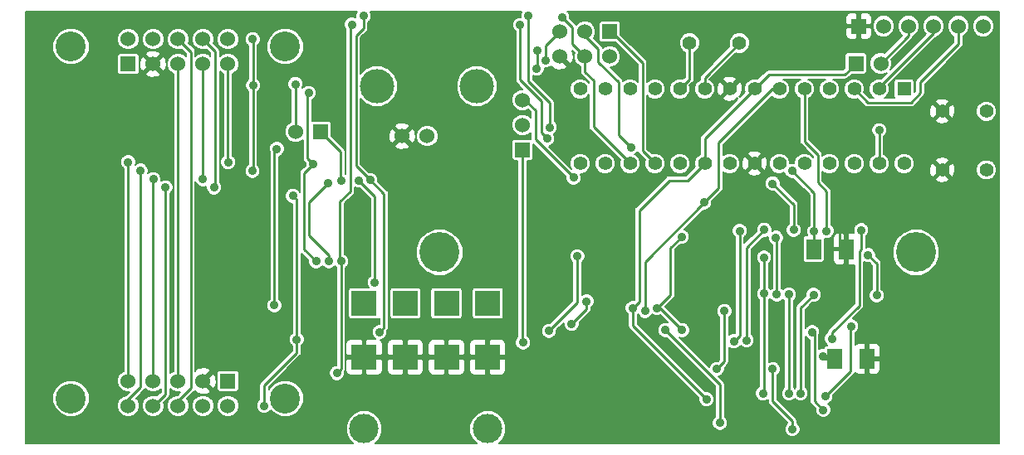
<source format=gbl>
G04 (created by PCBNEW (2013-07-07 BZR 4022)-stable) date 08/05/2014 11:07:20 AM*
%MOIN*%
G04 Gerber Fmt 3.4, Leading zero omitted, Abs format*
%FSLAX34Y34*%
G01*
G70*
G90*
G04 APERTURE LIST*
%ADD10C,0.00590551*%
%ADD11C,0.12*%
%ADD12R,0.06X0.06*%
%ADD13C,0.06*%
%ADD14C,0.16*%
%ADD15C,0.11811*%
%ADD16R,0.1X0.1*%
%ADD17C,0.1378*%
%ADD18C,0.055*%
%ADD19R,0.055X0.055*%
%ADD20C,0.056*%
%ADD21R,0.06X0.08*%
%ADD22C,0.035*%
%ADD23C,0.01*%
%ADD24C,0.0079*%
G04 APERTURE END LIST*
G54D10*
G54D11*
X11600Y-25950D03*
X20200Y-25950D03*
G54D12*
X17900Y-25250D03*
G54D13*
X17900Y-26250D03*
X16900Y-25250D03*
X16900Y-26250D03*
X15900Y-25250D03*
X15900Y-26250D03*
X14900Y-25250D03*
X14900Y-26250D03*
X13900Y-25250D03*
X13900Y-26250D03*
G54D14*
X45525Y-20075D03*
X26400Y-20075D03*
G54D15*
X23370Y-27166D03*
G54D16*
X23370Y-22128D03*
X25024Y-22128D03*
X26676Y-22128D03*
X28330Y-22128D03*
X23370Y-24292D03*
X25024Y-24292D03*
X26676Y-24292D03*
X28330Y-24292D03*
G54D15*
X28330Y-27166D03*
G54D11*
X20200Y-11800D03*
X11600Y-11800D03*
G54D12*
X13900Y-12500D03*
G54D13*
X13900Y-11500D03*
X14900Y-12500D03*
X14900Y-11500D03*
X15900Y-12500D03*
X15900Y-11500D03*
X16900Y-12500D03*
X16900Y-11500D03*
X17900Y-12500D03*
X17900Y-11500D03*
G54D17*
X27900Y-13400D03*
X23900Y-13400D03*
G54D13*
X24900Y-15400D03*
X25900Y-15400D03*
G54D18*
X48346Y-16761D03*
X46574Y-16761D03*
X48346Y-14399D03*
X46574Y-14399D03*
G54D12*
X33230Y-11200D03*
G54D13*
X33230Y-12200D03*
X32230Y-11200D03*
X32230Y-12200D03*
X31230Y-11200D03*
X31230Y-12200D03*
G54D12*
X43220Y-10980D03*
G54D13*
X44220Y-10980D03*
X45220Y-10980D03*
X46220Y-10980D03*
X47220Y-10980D03*
X48220Y-10980D03*
G54D18*
X44040Y-13500D03*
X43040Y-13500D03*
X42040Y-13500D03*
X41040Y-13500D03*
X40040Y-13500D03*
X39040Y-13500D03*
X38040Y-13500D03*
X37040Y-13500D03*
X36040Y-13500D03*
X35040Y-13500D03*
X34040Y-13500D03*
X33040Y-13500D03*
X32040Y-13500D03*
G54D19*
X45040Y-13500D03*
G54D18*
X32040Y-16500D03*
X33040Y-16500D03*
X34040Y-16500D03*
X35040Y-16500D03*
X36040Y-16500D03*
X37040Y-16500D03*
X38040Y-16500D03*
X39040Y-16500D03*
X40040Y-16500D03*
X41040Y-16500D03*
X42040Y-16500D03*
X43040Y-16500D03*
X44040Y-16500D03*
X45040Y-16500D03*
G54D12*
X29725Y-15950D03*
G54D13*
X29725Y-14950D03*
X29725Y-13950D03*
G54D20*
X36430Y-11660D03*
X38430Y-11660D03*
G54D12*
X43110Y-12480D03*
G54D13*
X44110Y-12480D03*
G54D12*
X21620Y-15225D03*
G54D13*
X20620Y-15225D03*
G54D21*
X43560Y-24350D03*
X42260Y-24350D03*
X41415Y-19945D03*
X42715Y-19945D03*
G54D22*
X31925Y-20225D03*
X30790Y-23240D03*
X31775Y-17075D03*
X29750Y-23700D03*
X32300Y-22050D03*
X31700Y-22950D03*
X23986Y-23280D03*
X29970Y-10570D03*
X44040Y-15160D03*
X30820Y-15050D03*
X23345Y-10570D03*
X23615Y-17165D03*
X22275Y-24930D03*
X30715Y-15505D03*
X29630Y-10930D03*
X22440Y-20435D03*
X22875Y-10915D03*
X37830Y-22440D03*
X37530Y-24760D03*
X37650Y-26940D03*
X35460Y-23200D03*
X42920Y-23050D03*
X41880Y-25870D03*
X39420Y-20280D03*
X39380Y-25750D03*
X39420Y-21740D03*
X14400Y-16790D03*
X18890Y-16800D03*
X18900Y-11500D03*
X18910Y-13360D03*
X17345Y-17465D03*
X15395Y-17460D03*
X31310Y-10615D03*
X13900Y-16445D03*
X17915Y-16445D03*
X30305Y-11970D03*
X30300Y-12680D03*
X16900Y-17130D03*
X14905Y-17130D03*
X40610Y-19170D03*
X39760Y-17310D03*
X34080Y-15850D03*
X41930Y-19220D03*
X37022Y-18067D03*
X34640Y-22430D03*
X21140Y-13665D03*
X21440Y-20440D03*
X21330Y-16535D03*
X42440Y-19160D03*
X40910Y-26830D03*
X39960Y-23670D03*
X12140Y-24510D03*
X39330Y-11720D03*
X42150Y-23550D03*
X43320Y-19180D03*
X19770Y-22205D03*
X19870Y-15920D03*
X22470Y-17200D03*
X41780Y-24245D03*
X40420Y-21770D03*
X40420Y-25760D03*
X21960Y-20440D03*
X21930Y-17305D03*
X40890Y-25750D03*
X41410Y-21780D03*
X38440Y-19220D03*
X38210Y-23650D03*
X43595Y-20190D03*
X43940Y-21800D03*
X39430Y-19170D03*
X38720Y-23620D03*
X36110Y-19450D03*
X36130Y-23200D03*
X35130Y-22320D03*
X20615Y-13310D03*
X30650Y-12350D03*
X19360Y-26250D03*
X20670Y-23585D03*
X20505Y-17805D03*
X40560Y-27195D03*
X23800Y-21280D03*
X23150Y-17190D03*
X39770Y-24770D03*
X37110Y-25990D03*
X41430Y-19240D03*
X40550Y-16800D03*
X34150Y-22320D03*
X39930Y-21770D03*
X39900Y-19490D03*
X41800Y-26410D03*
X41350Y-23280D03*
G54D23*
X31925Y-22105D02*
X30790Y-23240D01*
X31925Y-20225D02*
X31925Y-22105D01*
X45220Y-10980D02*
X45220Y-11370D01*
X45220Y-11370D02*
X44110Y-12480D01*
X29725Y-13950D02*
X29825Y-13950D01*
X30240Y-15540D02*
X31775Y-17075D01*
X30240Y-14365D02*
X30240Y-15540D01*
X29825Y-13950D02*
X30240Y-14365D01*
X29750Y-23700D02*
X29725Y-23675D01*
X29725Y-23675D02*
X29725Y-15950D01*
X32300Y-22350D02*
X32300Y-22050D01*
X31700Y-22950D02*
X32300Y-22350D01*
X24166Y-17716D02*
X23615Y-17165D01*
X24166Y-23100D02*
X24166Y-17716D01*
X23986Y-23280D02*
X24166Y-23100D01*
X30820Y-15050D02*
X30820Y-14047D01*
X30820Y-14047D02*
X29970Y-13197D01*
X29970Y-13197D02*
X29970Y-10570D01*
X44040Y-16500D02*
X44040Y-15160D01*
X23345Y-11045D02*
X23345Y-10570D01*
X23045Y-11345D02*
X23345Y-11045D01*
X23045Y-16595D02*
X23045Y-11345D01*
X23615Y-17165D02*
X23045Y-16595D01*
X22440Y-24765D02*
X22440Y-20435D01*
X22275Y-24930D02*
X22440Y-24765D01*
X29630Y-10930D02*
X29630Y-13140D01*
X30715Y-15505D02*
X30480Y-15270D01*
X30480Y-13990D02*
X30480Y-15270D01*
X29630Y-13140D02*
X30480Y-13990D01*
X22440Y-20435D02*
X22400Y-20395D01*
X22400Y-20395D02*
X22400Y-18030D01*
X22400Y-18030D02*
X22810Y-17620D01*
X22810Y-17620D02*
X22810Y-10980D01*
X22810Y-10980D02*
X22875Y-10915D01*
X37820Y-22450D02*
X37830Y-22440D01*
X37820Y-24470D02*
X37820Y-22450D01*
X37530Y-24760D02*
X37820Y-24470D01*
X37650Y-25390D02*
X37650Y-26940D01*
X35460Y-23200D02*
X37650Y-25390D01*
X42920Y-23050D02*
X42900Y-23070D01*
X42900Y-23070D02*
X42900Y-24850D01*
X42900Y-24850D02*
X41880Y-25870D01*
X39420Y-20310D02*
X39420Y-20280D01*
X39420Y-25710D02*
X39420Y-21740D01*
X39380Y-25750D02*
X39420Y-25710D01*
X39420Y-20310D02*
X39420Y-21740D01*
X13900Y-26000D02*
X14400Y-25500D01*
X14400Y-25500D02*
X14400Y-16790D01*
X13900Y-26250D02*
X13900Y-26000D01*
X18910Y-16780D02*
X18910Y-13360D01*
X18890Y-16800D02*
X18910Y-16780D01*
X18900Y-11500D02*
X18910Y-11510D01*
X18910Y-11510D02*
X18910Y-13360D01*
X14900Y-26250D02*
X14930Y-26250D01*
X17390Y-11990D02*
X16900Y-11500D01*
X17390Y-17420D02*
X17390Y-11990D01*
X17345Y-17465D02*
X17390Y-17420D01*
X15395Y-25785D02*
X15395Y-17460D01*
X14930Y-26250D02*
X15395Y-25785D01*
X31310Y-10615D02*
X31720Y-11025D01*
X31720Y-11025D02*
X31720Y-11690D01*
X32230Y-12200D02*
X31720Y-11690D01*
X32230Y-12200D02*
X32230Y-12810D01*
X32580Y-15040D02*
X34040Y-16500D01*
X32580Y-13160D02*
X32580Y-15040D01*
X32230Y-12810D02*
X32580Y-13160D01*
X17900Y-12500D02*
X17900Y-16430D01*
X17915Y-16445D02*
X17900Y-16430D01*
X13900Y-16445D02*
X13900Y-25250D01*
X30305Y-12675D02*
X30305Y-11970D01*
X30300Y-12680D02*
X30305Y-12675D01*
X33230Y-11200D02*
X33290Y-11200D01*
X34540Y-16000D02*
X35040Y-16500D01*
X34540Y-12450D02*
X34540Y-16000D01*
X33290Y-11200D02*
X34540Y-12450D01*
X16900Y-17010D02*
X16900Y-17130D01*
X16900Y-12500D02*
X16900Y-17010D01*
X14900Y-25250D02*
X14900Y-17135D01*
X14900Y-17135D02*
X14905Y-17130D01*
X40610Y-18160D02*
X40610Y-19170D01*
X39760Y-17310D02*
X40610Y-18160D01*
X33580Y-13240D02*
X33580Y-15350D01*
X32230Y-11350D02*
X32760Y-11880D01*
X32760Y-11880D02*
X32760Y-12420D01*
X32760Y-12420D02*
X33580Y-13240D01*
X32230Y-11200D02*
X32230Y-11350D01*
X33580Y-15350D02*
X34080Y-15850D01*
X41930Y-17620D02*
X41930Y-19220D01*
X41040Y-15610D02*
X41580Y-16150D01*
X41580Y-16150D02*
X41580Y-17270D01*
X41580Y-17270D02*
X41930Y-17620D01*
X41040Y-13500D02*
X41040Y-15610D01*
X37600Y-15670D02*
X37600Y-17490D01*
X37600Y-15670D02*
X39770Y-13500D01*
X40040Y-13500D02*
X39770Y-13500D01*
X34640Y-20450D02*
X37022Y-18067D01*
X37022Y-18067D02*
X37600Y-17490D01*
X34640Y-20450D02*
X34640Y-22430D01*
X34710Y-22360D02*
X34640Y-22430D01*
X21100Y-16305D02*
X21330Y-16535D01*
X21100Y-13705D02*
X21100Y-16305D01*
X21140Y-13665D02*
X21100Y-13705D01*
X20970Y-19970D02*
X21440Y-20440D01*
X20970Y-16895D02*
X20970Y-19970D01*
X21330Y-16535D02*
X20970Y-16895D01*
X42440Y-19160D02*
X42440Y-19670D01*
X42440Y-19670D02*
X42715Y-19945D01*
X39960Y-23670D02*
X40130Y-23840D01*
X40130Y-23840D02*
X40130Y-25480D01*
X40130Y-25480D02*
X40060Y-25550D01*
X40060Y-25550D02*
X40060Y-25980D01*
X40060Y-25980D02*
X40910Y-26830D01*
X38040Y-13500D02*
X38080Y-13500D01*
X39330Y-12250D02*
X39330Y-11720D01*
X38080Y-13500D02*
X39330Y-12250D01*
X43320Y-19180D02*
X43320Y-19945D01*
X42150Y-23300D02*
X42150Y-23550D01*
X43240Y-22210D02*
X42150Y-23300D01*
X43240Y-20025D02*
X43240Y-22210D01*
X43320Y-19945D02*
X43240Y-20025D01*
X19770Y-16020D02*
X19770Y-22205D01*
X19870Y-15920D02*
X19770Y-16020D01*
X22420Y-16025D02*
X21620Y-15225D01*
X22420Y-17150D02*
X22420Y-16025D01*
X22470Y-17200D02*
X22420Y-17150D01*
X41885Y-24350D02*
X42260Y-24350D01*
X41780Y-24245D02*
X41885Y-24350D01*
X40420Y-25760D02*
X40420Y-21770D01*
X40420Y-25760D02*
X40410Y-25760D01*
X21960Y-20180D02*
X21960Y-20440D01*
X21170Y-19390D02*
X21960Y-20180D01*
X21170Y-18064D02*
X21170Y-19390D01*
X21930Y-17305D02*
X21170Y-18064D01*
X40890Y-22300D02*
X40890Y-25750D01*
X41410Y-21780D02*
X40890Y-22300D01*
X38440Y-23420D02*
X38440Y-19220D01*
X38210Y-23650D02*
X38440Y-23420D01*
X15900Y-26250D02*
X15900Y-26050D01*
X16410Y-12010D02*
X15900Y-11500D01*
X16410Y-25540D02*
X16410Y-12010D01*
X15900Y-26050D02*
X16410Y-25540D01*
X37040Y-13500D02*
X37040Y-13050D01*
X37040Y-13050D02*
X38430Y-11660D01*
X36430Y-11660D02*
X36430Y-13110D01*
X36430Y-13110D02*
X36040Y-13500D01*
X15900Y-25250D02*
X15900Y-12500D01*
X43940Y-20535D02*
X43595Y-20190D01*
X43940Y-21800D02*
X43940Y-20535D01*
X38720Y-19880D02*
X38720Y-23620D01*
X39430Y-19170D02*
X38720Y-19880D01*
X35670Y-21780D02*
X35670Y-19890D01*
X35130Y-22320D02*
X35670Y-21780D01*
X35670Y-19890D02*
X36110Y-19450D01*
X35130Y-22320D02*
X35250Y-22320D01*
X35250Y-22320D02*
X36130Y-23200D01*
X20620Y-13315D02*
X20620Y-15225D01*
X20615Y-13310D02*
X20620Y-13315D01*
X30670Y-11760D02*
X31230Y-11200D01*
X30670Y-12330D02*
X30670Y-11760D01*
X30650Y-12350D02*
X30670Y-12330D01*
X47220Y-10980D02*
X47220Y-11705D01*
X43590Y-14050D02*
X43040Y-13500D01*
X45315Y-14050D02*
X43590Y-14050D01*
X45690Y-13675D02*
X45315Y-14050D01*
X45690Y-13235D02*
X45690Y-13675D01*
X47220Y-11705D02*
X45690Y-13235D01*
X46220Y-10980D02*
X46220Y-11250D01*
X44040Y-13430D02*
X44040Y-13500D01*
X46220Y-11250D02*
X44040Y-13430D01*
X20670Y-23585D02*
X20670Y-24110D01*
X19360Y-25420D02*
X19360Y-26250D01*
X20670Y-24110D02*
X19360Y-25420D01*
X20670Y-17970D02*
X20670Y-23585D01*
X20505Y-17805D02*
X20670Y-17970D01*
X39770Y-24770D02*
X39770Y-26060D01*
X40560Y-26850D02*
X40560Y-27195D01*
X39770Y-26060D02*
X40560Y-26850D01*
X41415Y-19945D02*
X41415Y-19255D01*
X41415Y-19255D02*
X41430Y-19240D01*
X23795Y-17835D02*
X23795Y-21275D01*
X23795Y-21275D02*
X23800Y-21280D01*
X23150Y-17190D02*
X23795Y-17835D01*
X23795Y-17835D02*
X23800Y-17840D01*
X42210Y-12930D02*
X42660Y-12930D01*
X42660Y-12930D02*
X43110Y-12480D01*
X39610Y-12930D02*
X39040Y-13500D01*
X42225Y-12930D02*
X42210Y-12930D01*
X42210Y-12930D02*
X39610Y-12930D01*
X39770Y-24770D02*
X39780Y-24780D01*
X34150Y-22320D02*
X34150Y-23030D01*
X34150Y-23030D02*
X37110Y-25990D01*
X41430Y-17680D02*
X41430Y-19240D01*
X40550Y-16800D02*
X41430Y-17680D01*
X36360Y-17180D02*
X37040Y-16500D01*
X35610Y-17180D02*
X36360Y-17180D01*
X34410Y-18380D02*
X35610Y-17180D01*
X34410Y-22060D02*
X34410Y-18380D01*
X34150Y-22320D02*
X34410Y-22060D01*
X37040Y-16500D02*
X37040Y-15500D01*
X37040Y-15500D02*
X39040Y-13500D01*
X39930Y-21770D02*
X39930Y-19520D01*
X39930Y-19520D02*
X39900Y-19490D01*
X41440Y-26050D02*
X41800Y-26410D01*
X41440Y-23370D02*
X41440Y-26050D01*
X41350Y-23280D02*
X41440Y-23370D01*
G54D10*
G36*
X48851Y-27751D02*
X48760Y-27751D01*
X48760Y-16678D01*
X48760Y-14316D01*
X48697Y-14164D01*
X48659Y-14126D01*
X48659Y-10892D01*
X48592Y-10731D01*
X48469Y-10607D01*
X48307Y-10540D01*
X48132Y-10540D01*
X47971Y-10607D01*
X47847Y-10730D01*
X47780Y-10892D01*
X47780Y-11067D01*
X47847Y-11228D01*
X47970Y-11352D01*
X48132Y-11419D01*
X48307Y-11419D01*
X48468Y-11352D01*
X48592Y-11229D01*
X48659Y-11067D01*
X48659Y-10892D01*
X48659Y-14126D01*
X48581Y-14047D01*
X48428Y-13984D01*
X48263Y-13984D01*
X48111Y-14047D01*
X47994Y-14163D01*
X47931Y-14316D01*
X47931Y-14481D01*
X47994Y-14633D01*
X48110Y-14750D01*
X48263Y-14813D01*
X48428Y-14813D01*
X48580Y-14750D01*
X48697Y-14634D01*
X48760Y-14481D01*
X48760Y-14316D01*
X48760Y-16678D01*
X48697Y-16526D01*
X48581Y-16409D01*
X48428Y-16346D01*
X48263Y-16346D01*
X48111Y-16409D01*
X47994Y-16525D01*
X47931Y-16678D01*
X47931Y-16843D01*
X47994Y-16995D01*
X48110Y-17112D01*
X48263Y-17175D01*
X48428Y-17175D01*
X48580Y-17112D01*
X48697Y-16996D01*
X48760Y-16843D01*
X48760Y-16678D01*
X48760Y-27751D01*
X47659Y-27751D01*
X47659Y-10892D01*
X47592Y-10731D01*
X47469Y-10607D01*
X47307Y-10540D01*
X47132Y-10540D01*
X46971Y-10607D01*
X46847Y-10730D01*
X46780Y-10892D01*
X46780Y-11067D01*
X46847Y-11228D01*
X46970Y-11352D01*
X47030Y-11377D01*
X47030Y-11626D01*
X45556Y-13101D01*
X45514Y-13162D01*
X45500Y-13235D01*
X45500Y-13596D01*
X45454Y-13642D01*
X45454Y-13197D01*
X45433Y-13146D01*
X45394Y-13106D01*
X45342Y-13085D01*
X45287Y-13085D01*
X44737Y-13085D01*
X44686Y-13106D01*
X44646Y-13145D01*
X44625Y-13197D01*
X44625Y-13252D01*
X44625Y-13802D01*
X44646Y-13853D01*
X44653Y-13860D01*
X44252Y-13860D01*
X44274Y-13851D01*
X44391Y-13735D01*
X44454Y-13582D01*
X44454Y-13417D01*
X44415Y-13322D01*
X46326Y-11411D01*
X46468Y-11352D01*
X46592Y-11229D01*
X46659Y-11067D01*
X46659Y-10892D01*
X46592Y-10731D01*
X46469Y-10607D01*
X46307Y-10540D01*
X46132Y-10540D01*
X45971Y-10607D01*
X45847Y-10730D01*
X45780Y-10892D01*
X45780Y-11067D01*
X45847Y-11228D01*
X45910Y-11291D01*
X44489Y-12712D01*
X44549Y-12567D01*
X44549Y-12392D01*
X44524Y-12333D01*
X45353Y-11503D01*
X45353Y-11503D01*
X45353Y-11503D01*
X45395Y-11442D01*
X45395Y-11442D01*
X45406Y-11384D01*
X45407Y-11377D01*
X45468Y-11352D01*
X45592Y-11229D01*
X45659Y-11067D01*
X45659Y-10892D01*
X45592Y-10731D01*
X45469Y-10607D01*
X45307Y-10540D01*
X45132Y-10540D01*
X44971Y-10607D01*
X44847Y-10730D01*
X44780Y-10892D01*
X44780Y-11067D01*
X44847Y-11228D01*
X44970Y-11351D01*
X44659Y-11662D01*
X44659Y-10892D01*
X44592Y-10731D01*
X44469Y-10607D01*
X44307Y-10540D01*
X44132Y-10540D01*
X43971Y-10607D01*
X43847Y-10730D01*
X43780Y-10892D01*
X43780Y-11067D01*
X43847Y-11228D01*
X43970Y-11352D01*
X44132Y-11419D01*
X44307Y-11419D01*
X44468Y-11352D01*
X44592Y-11229D01*
X44659Y-11067D01*
X44659Y-10892D01*
X44659Y-11662D01*
X44256Y-12065D01*
X44197Y-12040D01*
X44022Y-12040D01*
X43861Y-12107D01*
X43759Y-12208D01*
X43759Y-11232D01*
X43759Y-10727D01*
X43759Y-10632D01*
X43722Y-10544D01*
X43655Y-10476D01*
X43567Y-10440D01*
X43340Y-10440D01*
X43280Y-10500D01*
X43280Y-10919D01*
X43699Y-10919D01*
X43759Y-10859D01*
X43759Y-10727D01*
X43759Y-11232D01*
X43759Y-11100D01*
X43699Y-11040D01*
X43280Y-11040D01*
X43280Y-11459D01*
X43340Y-11519D01*
X43567Y-11519D01*
X43655Y-11483D01*
X43722Y-11415D01*
X43759Y-11327D01*
X43759Y-11232D01*
X43759Y-12208D01*
X43737Y-12230D01*
X43670Y-12392D01*
X43670Y-12567D01*
X43737Y-12728D01*
X43860Y-12852D01*
X44022Y-12919D01*
X44197Y-12919D01*
X44342Y-12859D01*
X44116Y-13085D01*
X43957Y-13085D01*
X43805Y-13148D01*
X43688Y-13264D01*
X43625Y-13417D01*
X43625Y-13582D01*
X43688Y-13734D01*
X43804Y-13851D01*
X43827Y-13860D01*
X43668Y-13860D01*
X43435Y-13627D01*
X43454Y-13582D01*
X43454Y-13417D01*
X43391Y-13265D01*
X43275Y-13148D01*
X43122Y-13085D01*
X42957Y-13085D01*
X42805Y-13148D01*
X42688Y-13264D01*
X42625Y-13417D01*
X42625Y-13582D01*
X42688Y-13734D01*
X42804Y-13851D01*
X42957Y-13914D01*
X43122Y-13914D01*
X43167Y-13895D01*
X43456Y-14183D01*
X43456Y-14183D01*
X43517Y-14225D01*
X43590Y-14239D01*
X45315Y-14239D01*
X45387Y-14225D01*
X45448Y-14183D01*
X45823Y-13808D01*
X45823Y-13808D01*
X45823Y-13808D01*
X45865Y-13747D01*
X45879Y-13675D01*
X45879Y-13313D01*
X47353Y-11838D01*
X47353Y-11838D01*
X47353Y-11838D01*
X47395Y-11777D01*
X47395Y-11777D01*
X47406Y-11719D01*
X47409Y-11705D01*
X47409Y-11705D01*
X47409Y-11705D01*
X47409Y-11377D01*
X47468Y-11352D01*
X47592Y-11229D01*
X47659Y-11067D01*
X47659Y-10892D01*
X47659Y-27751D01*
X47094Y-27751D01*
X47094Y-16823D01*
X47094Y-14461D01*
X47079Y-14257D01*
X47031Y-14141D01*
X46942Y-14115D01*
X46857Y-14201D01*
X46857Y-14030D01*
X46831Y-13941D01*
X46636Y-13878D01*
X46432Y-13893D01*
X46316Y-13941D01*
X46290Y-14030D01*
X46574Y-14313D01*
X46857Y-14030D01*
X46857Y-14201D01*
X46659Y-14399D01*
X46942Y-14682D01*
X47031Y-14656D01*
X47094Y-14461D01*
X47094Y-16823D01*
X47079Y-16619D01*
X47031Y-16503D01*
X46942Y-16477D01*
X46857Y-16563D01*
X46857Y-16392D01*
X46857Y-14767D01*
X46574Y-14484D01*
X46488Y-14570D01*
X46488Y-14399D01*
X46205Y-14115D01*
X46116Y-14141D01*
X46053Y-14336D01*
X46068Y-14540D01*
X46116Y-14656D01*
X46205Y-14682D01*
X46488Y-14399D01*
X46488Y-14570D01*
X46290Y-14767D01*
X46316Y-14856D01*
X46511Y-14919D01*
X46715Y-14904D01*
X46831Y-14856D01*
X46857Y-14767D01*
X46857Y-16392D01*
X46831Y-16303D01*
X46636Y-16240D01*
X46432Y-16255D01*
X46316Y-16303D01*
X46290Y-16392D01*
X46574Y-16675D01*
X46857Y-16392D01*
X46857Y-16563D01*
X46659Y-16761D01*
X46942Y-17044D01*
X47031Y-17018D01*
X47094Y-16823D01*
X47094Y-27751D01*
X46857Y-27751D01*
X46857Y-17129D01*
X46574Y-16846D01*
X46488Y-16932D01*
X46488Y-16761D01*
X46205Y-16477D01*
X46116Y-16503D01*
X46053Y-16698D01*
X46068Y-16902D01*
X46116Y-17018D01*
X46205Y-17044D01*
X46488Y-16761D01*
X46488Y-16932D01*
X46290Y-17129D01*
X46316Y-17218D01*
X46511Y-17281D01*
X46715Y-17266D01*
X46831Y-17218D01*
X46857Y-17129D01*
X46857Y-27751D01*
X46464Y-27751D01*
X46464Y-19888D01*
X46321Y-19543D01*
X46057Y-19278D01*
X45712Y-19135D01*
X45454Y-19135D01*
X45454Y-16417D01*
X45391Y-16265D01*
X45275Y-16148D01*
X45122Y-16085D01*
X44957Y-16085D01*
X44805Y-16148D01*
X44688Y-16264D01*
X44625Y-16417D01*
X44625Y-16582D01*
X44688Y-16734D01*
X44804Y-16851D01*
X44957Y-16914D01*
X45122Y-16914D01*
X45274Y-16851D01*
X45391Y-16735D01*
X45454Y-16582D01*
X45454Y-16417D01*
X45454Y-19135D01*
X45338Y-19135D01*
X44993Y-19278D01*
X44728Y-19542D01*
X44585Y-19887D01*
X44585Y-20261D01*
X44728Y-20606D01*
X44992Y-20871D01*
X45337Y-21014D01*
X45711Y-21014D01*
X46056Y-20871D01*
X46321Y-20607D01*
X46464Y-20262D01*
X46464Y-19888D01*
X46464Y-27751D01*
X44454Y-27751D01*
X44454Y-16417D01*
X44391Y-16265D01*
X44275Y-16148D01*
X44229Y-16129D01*
X44229Y-15415D01*
X44306Y-15338D01*
X44354Y-15222D01*
X44354Y-15097D01*
X44306Y-14982D01*
X44218Y-14893D01*
X44102Y-14845D01*
X43977Y-14845D01*
X43862Y-14893D01*
X43773Y-14981D01*
X43725Y-15097D01*
X43725Y-15222D01*
X43773Y-15337D01*
X43850Y-15415D01*
X43850Y-16129D01*
X43805Y-16148D01*
X43688Y-16264D01*
X43625Y-16417D01*
X43625Y-16582D01*
X43688Y-16734D01*
X43804Y-16851D01*
X43957Y-16914D01*
X44122Y-16914D01*
X44274Y-16851D01*
X44391Y-16735D01*
X44454Y-16582D01*
X44454Y-16417D01*
X44454Y-27751D01*
X44254Y-27751D01*
X44254Y-21737D01*
X44206Y-21622D01*
X44129Y-21544D01*
X44129Y-20535D01*
X44115Y-20462D01*
X44073Y-20401D01*
X44073Y-20401D01*
X43909Y-20236D01*
X43909Y-20127D01*
X43861Y-20012D01*
X43773Y-19923D01*
X43657Y-19875D01*
X43532Y-19875D01*
X43509Y-19885D01*
X43509Y-19435D01*
X43586Y-19358D01*
X43634Y-19242D01*
X43634Y-19117D01*
X43586Y-19002D01*
X43498Y-18913D01*
X43454Y-18895D01*
X43454Y-16417D01*
X43391Y-16265D01*
X43275Y-16148D01*
X43122Y-16085D01*
X42957Y-16085D01*
X42805Y-16148D01*
X42688Y-16264D01*
X42625Y-16417D01*
X42625Y-16582D01*
X42688Y-16734D01*
X42804Y-16851D01*
X42957Y-16914D01*
X43122Y-16914D01*
X43274Y-16851D01*
X43391Y-16735D01*
X43454Y-16582D01*
X43454Y-16417D01*
X43454Y-18895D01*
X43382Y-18865D01*
X43257Y-18865D01*
X43142Y-18913D01*
X43053Y-19001D01*
X43005Y-19117D01*
X43005Y-19242D01*
X43031Y-19305D01*
X42835Y-19305D01*
X42775Y-19365D01*
X42775Y-19884D01*
X42783Y-19884D01*
X42783Y-20005D01*
X42775Y-20005D01*
X42775Y-20524D01*
X42835Y-20584D01*
X43050Y-20584D01*
X43050Y-22131D01*
X42654Y-22527D01*
X42654Y-20524D01*
X42654Y-20005D01*
X42654Y-19884D01*
X42654Y-19365D01*
X42594Y-19305D01*
X42367Y-19305D01*
X42279Y-19341D01*
X42212Y-19409D01*
X42175Y-19497D01*
X42175Y-19592D01*
X42175Y-19824D01*
X42235Y-19884D01*
X42654Y-19884D01*
X42654Y-20005D01*
X42235Y-20005D01*
X42175Y-20065D01*
X42175Y-20297D01*
X42175Y-20392D01*
X42212Y-20480D01*
X42279Y-20548D01*
X42367Y-20584D01*
X42594Y-20584D01*
X42654Y-20524D01*
X42654Y-22527D01*
X42016Y-23166D01*
X41974Y-23227D01*
X41961Y-23293D01*
X41883Y-23371D01*
X41835Y-23487D01*
X41835Y-23612D01*
X41883Y-23727D01*
X41965Y-23810D01*
X41932Y-23810D01*
X41881Y-23831D01*
X41841Y-23870D01*
X41820Y-23922D01*
X41820Y-23930D01*
X41717Y-23930D01*
X41629Y-23966D01*
X41629Y-23426D01*
X41664Y-23342D01*
X41664Y-23217D01*
X41616Y-23102D01*
X41528Y-23013D01*
X41412Y-22965D01*
X41287Y-22965D01*
X41172Y-23013D01*
X41083Y-23101D01*
X41079Y-23111D01*
X41079Y-22378D01*
X41363Y-22094D01*
X41472Y-22094D01*
X41587Y-22046D01*
X41676Y-21958D01*
X41724Y-21842D01*
X41724Y-21717D01*
X41676Y-21602D01*
X41588Y-21513D01*
X41472Y-21465D01*
X41347Y-21465D01*
X41232Y-21513D01*
X41143Y-21601D01*
X41095Y-21717D01*
X41095Y-21826D01*
X40924Y-21997D01*
X40924Y-19107D01*
X40876Y-18992D01*
X40799Y-18914D01*
X40799Y-18160D01*
X40785Y-18087D01*
X40743Y-18026D01*
X40074Y-17356D01*
X40074Y-17247D01*
X40026Y-17132D01*
X39938Y-17043D01*
X39822Y-16995D01*
X39697Y-16995D01*
X39582Y-17043D01*
X39560Y-17064D01*
X39560Y-16562D01*
X39545Y-16358D01*
X39497Y-16242D01*
X39408Y-16216D01*
X39323Y-16302D01*
X39323Y-16131D01*
X39297Y-16042D01*
X39102Y-15979D01*
X38898Y-15994D01*
X38782Y-16042D01*
X38756Y-16131D01*
X39040Y-16414D01*
X39323Y-16131D01*
X39323Y-16302D01*
X39125Y-16500D01*
X39408Y-16783D01*
X39497Y-16757D01*
X39560Y-16562D01*
X39560Y-17064D01*
X39493Y-17131D01*
X39445Y-17247D01*
X39445Y-17372D01*
X39493Y-17487D01*
X39581Y-17576D01*
X39697Y-17624D01*
X39806Y-17624D01*
X40420Y-18238D01*
X40420Y-18914D01*
X40343Y-18991D01*
X40295Y-19107D01*
X40295Y-19232D01*
X40343Y-19347D01*
X40431Y-19436D01*
X40547Y-19484D01*
X40672Y-19484D01*
X40787Y-19436D01*
X40876Y-19348D01*
X40924Y-19232D01*
X40924Y-19107D01*
X40924Y-21997D01*
X40756Y-22166D01*
X40714Y-22227D01*
X40700Y-22300D01*
X40700Y-25494D01*
X40649Y-25545D01*
X40609Y-25504D01*
X40609Y-22025D01*
X40686Y-21948D01*
X40734Y-21832D01*
X40734Y-21707D01*
X40686Y-21592D01*
X40598Y-21503D01*
X40482Y-21455D01*
X40357Y-21455D01*
X40242Y-21503D01*
X40174Y-21570D01*
X40119Y-21514D01*
X40119Y-19715D01*
X40166Y-19668D01*
X40214Y-19552D01*
X40214Y-19427D01*
X40166Y-19312D01*
X40078Y-19223D01*
X39962Y-19175D01*
X39837Y-19175D01*
X39744Y-19213D01*
X39744Y-19107D01*
X39696Y-18992D01*
X39608Y-18903D01*
X39492Y-18855D01*
X39367Y-18855D01*
X39323Y-18873D01*
X39323Y-16868D01*
X39040Y-16585D01*
X38954Y-16671D01*
X38954Y-16500D01*
X38671Y-16216D01*
X38582Y-16242D01*
X38519Y-16437D01*
X38534Y-16641D01*
X38582Y-16757D01*
X38671Y-16783D01*
X38954Y-16500D01*
X38954Y-16671D01*
X38756Y-16868D01*
X38782Y-16957D01*
X38977Y-17020D01*
X39181Y-17005D01*
X39297Y-16957D01*
X39323Y-16868D01*
X39323Y-18873D01*
X39252Y-18903D01*
X39163Y-18991D01*
X39115Y-19107D01*
X39115Y-19216D01*
X38629Y-19702D01*
X38629Y-19475D01*
X38706Y-19398D01*
X38754Y-19282D01*
X38754Y-19157D01*
X38706Y-19042D01*
X38618Y-18953D01*
X38502Y-18905D01*
X38377Y-18905D01*
X38262Y-18953D01*
X38173Y-19041D01*
X38125Y-19157D01*
X38125Y-19282D01*
X38173Y-19397D01*
X38250Y-19475D01*
X38250Y-23335D01*
X38147Y-23335D01*
X38032Y-23383D01*
X38009Y-23405D01*
X38009Y-22705D01*
X38096Y-22618D01*
X38144Y-22502D01*
X38144Y-22377D01*
X38096Y-22262D01*
X38008Y-22173D01*
X37892Y-22125D01*
X37767Y-22125D01*
X37652Y-22173D01*
X37563Y-22261D01*
X37515Y-22377D01*
X37515Y-22502D01*
X37563Y-22617D01*
X37630Y-22685D01*
X37630Y-24391D01*
X37576Y-24445D01*
X37467Y-24445D01*
X37352Y-24493D01*
X37263Y-24581D01*
X37218Y-24690D01*
X36024Y-23496D01*
X36067Y-23514D01*
X36192Y-23514D01*
X36307Y-23466D01*
X36396Y-23378D01*
X36444Y-23262D01*
X36444Y-23137D01*
X36396Y-23022D01*
X36308Y-22933D01*
X36192Y-22885D01*
X36083Y-22885D01*
X35457Y-22259D01*
X35803Y-21913D01*
X35803Y-21913D01*
X35803Y-21913D01*
X35845Y-21852D01*
X35859Y-21780D01*
X35859Y-19968D01*
X36063Y-19764D01*
X36172Y-19764D01*
X36287Y-19716D01*
X36376Y-19628D01*
X36424Y-19512D01*
X36424Y-19387D01*
X36376Y-19272D01*
X36288Y-19183D01*
X36207Y-19150D01*
X36976Y-18381D01*
X37084Y-18382D01*
X37200Y-18334D01*
X37288Y-18245D01*
X37336Y-18130D01*
X37337Y-18020D01*
X37733Y-17623D01*
X37775Y-17562D01*
X37789Y-17490D01*
X37789Y-16835D01*
X37804Y-16851D01*
X37957Y-16914D01*
X38122Y-16914D01*
X38274Y-16851D01*
X38391Y-16735D01*
X38454Y-16582D01*
X38454Y-16417D01*
X38391Y-16265D01*
X38275Y-16148D01*
X38122Y-16085D01*
X37957Y-16085D01*
X37805Y-16148D01*
X37789Y-16164D01*
X37789Y-15748D01*
X39745Y-13792D01*
X39804Y-13851D01*
X39957Y-13914D01*
X40122Y-13914D01*
X40274Y-13851D01*
X40391Y-13735D01*
X40454Y-13582D01*
X40454Y-13417D01*
X40391Y-13265D01*
X40275Y-13148D01*
X40204Y-13119D01*
X40875Y-13119D01*
X40805Y-13148D01*
X40688Y-13264D01*
X40625Y-13417D01*
X40625Y-13582D01*
X40688Y-13734D01*
X40804Y-13851D01*
X40850Y-13870D01*
X40850Y-15610D01*
X40864Y-15682D01*
X40906Y-15743D01*
X41390Y-16228D01*
X41390Y-16264D01*
X41275Y-16148D01*
X41122Y-16085D01*
X40957Y-16085D01*
X40805Y-16148D01*
X40688Y-16264D01*
X40625Y-16417D01*
X40625Y-16490D01*
X40612Y-16485D01*
X40487Y-16485D01*
X40454Y-16499D01*
X40454Y-16417D01*
X40391Y-16265D01*
X40275Y-16148D01*
X40122Y-16085D01*
X39957Y-16085D01*
X39805Y-16148D01*
X39688Y-16264D01*
X39625Y-16417D01*
X39625Y-16582D01*
X39688Y-16734D01*
X39804Y-16851D01*
X39957Y-16914D01*
X40122Y-16914D01*
X40237Y-16866D01*
X40283Y-16977D01*
X40371Y-17066D01*
X40487Y-17114D01*
X40596Y-17114D01*
X41240Y-17758D01*
X41240Y-18984D01*
X41163Y-19061D01*
X41115Y-19177D01*
X41115Y-19302D01*
X41158Y-19405D01*
X41087Y-19405D01*
X41036Y-19426D01*
X40996Y-19465D01*
X40975Y-19517D01*
X40975Y-19572D01*
X40975Y-20372D01*
X40996Y-20423D01*
X41035Y-20463D01*
X41087Y-20484D01*
X41142Y-20484D01*
X41742Y-20484D01*
X41793Y-20463D01*
X41833Y-20424D01*
X41854Y-20372D01*
X41854Y-20317D01*
X41854Y-19529D01*
X41867Y-19534D01*
X41992Y-19534D01*
X42107Y-19486D01*
X42196Y-19398D01*
X42244Y-19282D01*
X42244Y-19157D01*
X42196Y-19042D01*
X42119Y-18964D01*
X42119Y-17620D01*
X42119Y-17619D01*
X42119Y-17619D01*
X42116Y-17605D01*
X42105Y-17547D01*
X42105Y-17547D01*
X42063Y-17486D01*
X42063Y-17486D01*
X41769Y-17191D01*
X41769Y-16815D01*
X41804Y-16851D01*
X41957Y-16914D01*
X42122Y-16914D01*
X42274Y-16851D01*
X42391Y-16735D01*
X42454Y-16582D01*
X42454Y-16417D01*
X42391Y-16265D01*
X42275Y-16148D01*
X42122Y-16085D01*
X41957Y-16085D01*
X41805Y-16148D01*
X41769Y-16184D01*
X41769Y-16150D01*
X41755Y-16077D01*
X41713Y-16016D01*
X41713Y-16016D01*
X41229Y-15531D01*
X41229Y-13870D01*
X41274Y-13851D01*
X41391Y-13735D01*
X41454Y-13582D01*
X41454Y-13417D01*
X41391Y-13265D01*
X41275Y-13148D01*
X41204Y-13119D01*
X41875Y-13119D01*
X41805Y-13148D01*
X41688Y-13264D01*
X41625Y-13417D01*
X41625Y-13582D01*
X41688Y-13734D01*
X41804Y-13851D01*
X41957Y-13914D01*
X42122Y-13914D01*
X42274Y-13851D01*
X42391Y-13735D01*
X42454Y-13582D01*
X42454Y-13417D01*
X42391Y-13265D01*
X42275Y-13148D01*
X42204Y-13119D01*
X42210Y-13119D01*
X42225Y-13119D01*
X42660Y-13119D01*
X42732Y-13105D01*
X42793Y-13063D01*
X42938Y-12919D01*
X43437Y-12919D01*
X43488Y-12898D01*
X43528Y-12859D01*
X43549Y-12807D01*
X43549Y-12752D01*
X43549Y-12152D01*
X43528Y-12101D01*
X43489Y-12061D01*
X43437Y-12040D01*
X43382Y-12040D01*
X43159Y-12040D01*
X43159Y-11459D01*
X43159Y-11040D01*
X43159Y-10919D01*
X43159Y-10500D01*
X43099Y-10440D01*
X42872Y-10440D01*
X42784Y-10476D01*
X42717Y-10544D01*
X42680Y-10632D01*
X42680Y-10727D01*
X42680Y-10859D01*
X42740Y-10919D01*
X43159Y-10919D01*
X43159Y-11040D01*
X42740Y-11040D01*
X42680Y-11100D01*
X42680Y-11232D01*
X42680Y-11327D01*
X42717Y-11415D01*
X42784Y-11483D01*
X42872Y-11519D01*
X43099Y-11519D01*
X43159Y-11459D01*
X43159Y-12040D01*
X42782Y-12040D01*
X42731Y-12061D01*
X42691Y-12100D01*
X42670Y-12152D01*
X42670Y-12207D01*
X42670Y-12651D01*
X42581Y-12740D01*
X42225Y-12740D01*
X42210Y-12740D01*
X39610Y-12740D01*
X39537Y-12754D01*
X39476Y-12796D01*
X39476Y-12796D01*
X39167Y-13104D01*
X39122Y-13085D01*
X38957Y-13085D01*
X38849Y-13130D01*
X38849Y-11576D01*
X38785Y-11422D01*
X38667Y-11304D01*
X38513Y-11240D01*
X38346Y-11240D01*
X38192Y-11304D01*
X38074Y-11422D01*
X38010Y-11576D01*
X38010Y-11743D01*
X38030Y-11791D01*
X36906Y-12916D01*
X36864Y-12977D01*
X36850Y-13050D01*
X36850Y-13129D01*
X36849Y-13130D01*
X36849Y-11576D01*
X36785Y-11422D01*
X36667Y-11304D01*
X36513Y-11240D01*
X36346Y-11240D01*
X36192Y-11304D01*
X36074Y-11422D01*
X36010Y-11576D01*
X36010Y-11743D01*
X36074Y-11897D01*
X36192Y-12015D01*
X36240Y-12035D01*
X36240Y-13031D01*
X36167Y-13104D01*
X36122Y-13085D01*
X35957Y-13085D01*
X35805Y-13148D01*
X35688Y-13264D01*
X35625Y-13417D01*
X35625Y-13582D01*
X35688Y-13734D01*
X35804Y-13851D01*
X35957Y-13914D01*
X36122Y-13914D01*
X36274Y-13851D01*
X36391Y-13735D01*
X36454Y-13582D01*
X36454Y-13417D01*
X36435Y-13372D01*
X36563Y-13243D01*
X36563Y-13243D01*
X36563Y-13243D01*
X36605Y-13182D01*
X36605Y-13182D01*
X36616Y-13124D01*
X36619Y-13110D01*
X36619Y-13110D01*
X36619Y-13110D01*
X36619Y-12035D01*
X36667Y-12015D01*
X36785Y-11897D01*
X36849Y-11743D01*
X36849Y-11576D01*
X36849Y-13130D01*
X36805Y-13148D01*
X36688Y-13264D01*
X36625Y-13417D01*
X36625Y-13582D01*
X36688Y-13734D01*
X36804Y-13851D01*
X36957Y-13914D01*
X37122Y-13914D01*
X37274Y-13851D01*
X37391Y-13735D01*
X37454Y-13582D01*
X37454Y-13417D01*
X37391Y-13265D01*
X37275Y-13148D01*
X37229Y-13129D01*
X37229Y-13128D01*
X38298Y-12059D01*
X38346Y-12079D01*
X38513Y-12079D01*
X38667Y-12015D01*
X38785Y-11897D01*
X38849Y-11743D01*
X38849Y-11576D01*
X38849Y-13130D01*
X38805Y-13148D01*
X38688Y-13264D01*
X38625Y-13417D01*
X38625Y-13582D01*
X38644Y-13627D01*
X38560Y-13711D01*
X38448Y-13823D01*
X38408Y-13783D01*
X38497Y-13757D01*
X38560Y-13562D01*
X38545Y-13358D01*
X38497Y-13242D01*
X38408Y-13216D01*
X38323Y-13302D01*
X38323Y-13131D01*
X38297Y-13042D01*
X38102Y-12979D01*
X37898Y-12994D01*
X37782Y-13042D01*
X37756Y-13131D01*
X38040Y-13414D01*
X38323Y-13131D01*
X38323Y-13302D01*
X38125Y-13500D01*
X38131Y-13505D01*
X38045Y-13591D01*
X38040Y-13585D01*
X37954Y-13671D01*
X37954Y-13500D01*
X37671Y-13216D01*
X37582Y-13242D01*
X37519Y-13437D01*
X37534Y-13641D01*
X37582Y-13757D01*
X37671Y-13783D01*
X37954Y-13500D01*
X37954Y-13671D01*
X37756Y-13868D01*
X37782Y-13957D01*
X37977Y-14020D01*
X38181Y-14005D01*
X38297Y-13957D01*
X38323Y-13868D01*
X38323Y-13868D01*
X38363Y-13908D01*
X38323Y-13948D01*
X36906Y-15366D01*
X36864Y-15427D01*
X36850Y-15500D01*
X36850Y-16129D01*
X36805Y-16148D01*
X36688Y-16264D01*
X36625Y-16417D01*
X36625Y-16582D01*
X36644Y-16627D01*
X36454Y-16817D01*
X36454Y-16417D01*
X36391Y-16265D01*
X36275Y-16148D01*
X36122Y-16085D01*
X35957Y-16085D01*
X35805Y-16148D01*
X35688Y-16264D01*
X35625Y-16417D01*
X35625Y-16582D01*
X35688Y-16734D01*
X35804Y-16851D01*
X35957Y-16914D01*
X36122Y-16914D01*
X36274Y-16851D01*
X36391Y-16735D01*
X36454Y-16582D01*
X36454Y-16417D01*
X36454Y-16817D01*
X36281Y-16990D01*
X35610Y-16990D01*
X35609Y-16990D01*
X35595Y-16993D01*
X35537Y-17004D01*
X35476Y-17046D01*
X35476Y-17046D01*
X34276Y-18246D01*
X34234Y-18307D01*
X34220Y-18380D01*
X34220Y-21981D01*
X34196Y-22005D01*
X34087Y-22005D01*
X33972Y-22053D01*
X33883Y-22141D01*
X33835Y-22257D01*
X33835Y-22382D01*
X33883Y-22497D01*
X33960Y-22575D01*
X33960Y-23030D01*
X33974Y-23102D01*
X34016Y-23163D01*
X36795Y-25943D01*
X36795Y-26052D01*
X36843Y-26167D01*
X36931Y-26256D01*
X37047Y-26304D01*
X37172Y-26304D01*
X37287Y-26256D01*
X37376Y-26168D01*
X37424Y-26052D01*
X37424Y-25927D01*
X37376Y-25812D01*
X37288Y-25723D01*
X37172Y-25675D01*
X37063Y-25675D01*
X34339Y-22951D01*
X34339Y-22575D01*
X34353Y-22560D01*
X34373Y-22607D01*
X34461Y-22696D01*
X34577Y-22744D01*
X34702Y-22744D01*
X34817Y-22696D01*
X34906Y-22608D01*
X34926Y-22560D01*
X34951Y-22586D01*
X35067Y-22634D01*
X35192Y-22634D01*
X35266Y-22604D01*
X35565Y-22903D01*
X35522Y-22885D01*
X35397Y-22885D01*
X35282Y-22933D01*
X35193Y-23021D01*
X35145Y-23137D01*
X35145Y-23262D01*
X35193Y-23377D01*
X35281Y-23466D01*
X35397Y-23514D01*
X35506Y-23514D01*
X37460Y-25468D01*
X37460Y-26684D01*
X37383Y-26761D01*
X37335Y-26877D01*
X37335Y-27002D01*
X37383Y-27117D01*
X37471Y-27206D01*
X37587Y-27254D01*
X37712Y-27254D01*
X37827Y-27206D01*
X37916Y-27118D01*
X37964Y-27002D01*
X37964Y-26877D01*
X37916Y-26762D01*
X37839Y-26684D01*
X37839Y-25390D01*
X37825Y-25317D01*
X37783Y-25256D01*
X37783Y-25256D01*
X37599Y-25071D01*
X37707Y-25026D01*
X37796Y-24938D01*
X37844Y-24822D01*
X37844Y-24713D01*
X37953Y-24603D01*
X37953Y-24603D01*
X37953Y-24603D01*
X37995Y-24542D01*
X37995Y-24542D01*
X38006Y-24484D01*
X38009Y-24470D01*
X38009Y-24470D01*
X38009Y-24470D01*
X38009Y-23894D01*
X38031Y-23916D01*
X38147Y-23964D01*
X38272Y-23964D01*
X38387Y-23916D01*
X38476Y-23828D01*
X38478Y-23823D01*
X38541Y-23886D01*
X38657Y-23934D01*
X38782Y-23934D01*
X38897Y-23886D01*
X38986Y-23798D01*
X39034Y-23682D01*
X39034Y-23557D01*
X38986Y-23442D01*
X38909Y-23364D01*
X38909Y-19958D01*
X39383Y-19484D01*
X39492Y-19484D01*
X39585Y-19446D01*
X39585Y-19552D01*
X39633Y-19667D01*
X39721Y-19756D01*
X39740Y-19764D01*
X39740Y-21514D01*
X39688Y-21566D01*
X39686Y-21562D01*
X39609Y-21484D01*
X39609Y-20535D01*
X39686Y-20458D01*
X39734Y-20342D01*
X39734Y-20217D01*
X39686Y-20102D01*
X39598Y-20013D01*
X39482Y-19965D01*
X39357Y-19965D01*
X39242Y-20013D01*
X39153Y-20101D01*
X39105Y-20217D01*
X39105Y-20342D01*
X39153Y-20457D01*
X39230Y-20535D01*
X39230Y-21484D01*
X39153Y-21561D01*
X39105Y-21677D01*
X39105Y-21802D01*
X39153Y-21917D01*
X39230Y-21995D01*
X39230Y-25471D01*
X39202Y-25483D01*
X39113Y-25571D01*
X39065Y-25687D01*
X39065Y-25812D01*
X39113Y-25927D01*
X39201Y-26016D01*
X39317Y-26064D01*
X39442Y-26064D01*
X39557Y-26016D01*
X39580Y-25994D01*
X39580Y-26060D01*
X39594Y-26132D01*
X39636Y-26193D01*
X40370Y-26928D01*
X40370Y-26939D01*
X40293Y-27016D01*
X40245Y-27132D01*
X40245Y-27257D01*
X40293Y-27372D01*
X40381Y-27461D01*
X40497Y-27509D01*
X40622Y-27509D01*
X40737Y-27461D01*
X40826Y-27373D01*
X40874Y-27257D01*
X40874Y-27132D01*
X40826Y-27017D01*
X40749Y-26939D01*
X40749Y-26850D01*
X40749Y-26849D01*
X40749Y-26849D01*
X40746Y-26835D01*
X40735Y-26777D01*
X40735Y-26777D01*
X40693Y-26716D01*
X40693Y-26716D01*
X39959Y-25981D01*
X39959Y-25025D01*
X40036Y-24948D01*
X40084Y-24832D01*
X40084Y-24707D01*
X40036Y-24592D01*
X39948Y-24503D01*
X39832Y-24455D01*
X39707Y-24455D01*
X39609Y-24496D01*
X39609Y-21995D01*
X39661Y-21943D01*
X39663Y-21947D01*
X39751Y-22036D01*
X39867Y-22084D01*
X39992Y-22084D01*
X40107Y-22036D01*
X40175Y-21969D01*
X40230Y-22025D01*
X40230Y-25504D01*
X40153Y-25581D01*
X40105Y-25697D01*
X40105Y-25822D01*
X40153Y-25937D01*
X40241Y-26026D01*
X40357Y-26074D01*
X40482Y-26074D01*
X40597Y-26026D01*
X40660Y-25964D01*
X40711Y-26016D01*
X40827Y-26064D01*
X40952Y-26064D01*
X41067Y-26016D01*
X41156Y-25928D01*
X41204Y-25812D01*
X41204Y-25687D01*
X41156Y-25572D01*
X41079Y-25494D01*
X41079Y-23448D01*
X41083Y-23457D01*
X41171Y-23546D01*
X41250Y-23579D01*
X41250Y-26050D01*
X41264Y-26122D01*
X41306Y-26183D01*
X41485Y-26363D01*
X41485Y-26472D01*
X41533Y-26587D01*
X41621Y-26676D01*
X41737Y-26724D01*
X41862Y-26724D01*
X41977Y-26676D01*
X42066Y-26588D01*
X42114Y-26472D01*
X42114Y-26347D01*
X42066Y-26232D01*
X41996Y-26162D01*
X42057Y-26136D01*
X42146Y-26048D01*
X42194Y-25932D01*
X42194Y-25823D01*
X43033Y-24983D01*
X43033Y-24983D01*
X43033Y-24983D01*
X43075Y-24922D01*
X43078Y-24906D01*
X43124Y-24953D01*
X43212Y-24989D01*
X43439Y-24989D01*
X43499Y-24929D01*
X43499Y-24410D01*
X43491Y-24410D01*
X43491Y-24289D01*
X43499Y-24289D01*
X43499Y-23770D01*
X43439Y-23710D01*
X43212Y-23710D01*
X43124Y-23746D01*
X43089Y-23781D01*
X43089Y-23320D01*
X43097Y-23316D01*
X43186Y-23228D01*
X43234Y-23112D01*
X43234Y-22987D01*
X43186Y-22872D01*
X43098Y-22783D01*
X42982Y-22735D01*
X42982Y-22735D01*
X43373Y-22343D01*
X43373Y-22343D01*
X43373Y-22343D01*
X43415Y-22282D01*
X43415Y-22282D01*
X43429Y-22210D01*
X43429Y-20461D01*
X43532Y-20504D01*
X43641Y-20504D01*
X43750Y-20613D01*
X43750Y-21544D01*
X43673Y-21621D01*
X43625Y-21737D01*
X43625Y-21862D01*
X43673Y-21977D01*
X43761Y-22066D01*
X43877Y-22114D01*
X44002Y-22114D01*
X44117Y-22066D01*
X44206Y-21978D01*
X44254Y-21862D01*
X44254Y-21737D01*
X44254Y-27751D01*
X44099Y-27751D01*
X44099Y-24702D01*
X44099Y-23997D01*
X44099Y-23902D01*
X44062Y-23814D01*
X43995Y-23746D01*
X43907Y-23710D01*
X43680Y-23710D01*
X43620Y-23770D01*
X43620Y-24289D01*
X44039Y-24289D01*
X44099Y-24229D01*
X44099Y-23997D01*
X44099Y-24702D01*
X44099Y-24470D01*
X44039Y-24410D01*
X43620Y-24410D01*
X43620Y-24929D01*
X43680Y-24989D01*
X43907Y-24989D01*
X43995Y-24953D01*
X44062Y-24885D01*
X44099Y-24797D01*
X44099Y-24702D01*
X44099Y-27751D01*
X33454Y-27751D01*
X33454Y-16417D01*
X33391Y-16265D01*
X33275Y-16148D01*
X33122Y-16085D01*
X32957Y-16085D01*
X32805Y-16148D01*
X32688Y-16264D01*
X32625Y-16417D01*
X32625Y-16582D01*
X32688Y-16734D01*
X32804Y-16851D01*
X32957Y-16914D01*
X33122Y-16914D01*
X33274Y-16851D01*
X33391Y-16735D01*
X33454Y-16582D01*
X33454Y-16417D01*
X33454Y-27751D01*
X32614Y-27751D01*
X32614Y-21987D01*
X32566Y-21872D01*
X32478Y-21783D01*
X32362Y-21735D01*
X32237Y-21735D01*
X32122Y-21783D01*
X32114Y-21790D01*
X32114Y-20480D01*
X32191Y-20403D01*
X32239Y-20287D01*
X32239Y-20162D01*
X32191Y-20047D01*
X32103Y-19958D01*
X31987Y-19910D01*
X31862Y-19910D01*
X31747Y-19958D01*
X31658Y-20046D01*
X31610Y-20162D01*
X31610Y-20287D01*
X31658Y-20402D01*
X31735Y-20480D01*
X31735Y-22026D01*
X30836Y-22925D01*
X30727Y-22925D01*
X30612Y-22973D01*
X30523Y-23061D01*
X30475Y-23177D01*
X30475Y-23302D01*
X30523Y-23417D01*
X30611Y-23506D01*
X30727Y-23554D01*
X30852Y-23554D01*
X30967Y-23506D01*
X31056Y-23418D01*
X31104Y-23302D01*
X31104Y-23193D01*
X31385Y-22912D01*
X31385Y-23012D01*
X31433Y-23127D01*
X31521Y-23216D01*
X31637Y-23264D01*
X31762Y-23264D01*
X31877Y-23216D01*
X31966Y-23128D01*
X32014Y-23012D01*
X32014Y-22903D01*
X32433Y-22483D01*
X32433Y-22483D01*
X32433Y-22483D01*
X32475Y-22422D01*
X32489Y-22350D01*
X32489Y-22305D01*
X32566Y-22228D01*
X32614Y-22112D01*
X32614Y-21987D01*
X32614Y-27751D01*
X29069Y-27751D01*
X29069Y-24744D01*
X29069Y-23839D01*
X29069Y-23744D01*
X29032Y-23656D01*
X28969Y-23592D01*
X28969Y-22600D01*
X28969Y-21600D01*
X28948Y-21549D01*
X28909Y-21509D01*
X28857Y-21488D01*
X28802Y-21488D01*
X28728Y-21488D01*
X28728Y-13235D01*
X28602Y-12931D01*
X28369Y-12698D01*
X28065Y-12571D01*
X27735Y-12571D01*
X27431Y-12697D01*
X27198Y-12930D01*
X27071Y-13234D01*
X27071Y-13564D01*
X27197Y-13868D01*
X27430Y-14101D01*
X27734Y-14228D01*
X28064Y-14228D01*
X28368Y-14102D01*
X28601Y-13869D01*
X28728Y-13565D01*
X28728Y-13235D01*
X28728Y-21488D01*
X27802Y-21488D01*
X27751Y-21509D01*
X27711Y-21548D01*
X27690Y-21600D01*
X27690Y-21655D01*
X27690Y-22655D01*
X27711Y-22706D01*
X27750Y-22746D01*
X27802Y-22767D01*
X27857Y-22767D01*
X28857Y-22767D01*
X28908Y-22746D01*
X28948Y-22707D01*
X28969Y-22655D01*
X28969Y-22600D01*
X28969Y-23592D01*
X28965Y-23588D01*
X28877Y-23552D01*
X28450Y-23552D01*
X28390Y-23612D01*
X28390Y-24231D01*
X29009Y-24231D01*
X29069Y-24171D01*
X29069Y-23839D01*
X29069Y-24744D01*
X29069Y-24412D01*
X29009Y-24352D01*
X28390Y-24352D01*
X28390Y-24971D01*
X28450Y-25031D01*
X28877Y-25031D01*
X28965Y-24995D01*
X29032Y-24927D01*
X29069Y-24839D01*
X29069Y-24744D01*
X29069Y-27751D01*
X28777Y-27751D01*
X28948Y-27580D01*
X29059Y-27312D01*
X29060Y-27022D01*
X28949Y-26753D01*
X28744Y-26548D01*
X28475Y-26436D01*
X28269Y-26436D01*
X28269Y-24971D01*
X28269Y-24352D01*
X28269Y-24231D01*
X28269Y-23612D01*
X28209Y-23552D01*
X27782Y-23552D01*
X27694Y-23588D01*
X27627Y-23656D01*
X27590Y-23744D01*
X27590Y-23839D01*
X27590Y-24171D01*
X27650Y-24231D01*
X28269Y-24231D01*
X28269Y-24352D01*
X27650Y-24352D01*
X27590Y-24412D01*
X27590Y-24744D01*
X27590Y-24839D01*
X27627Y-24927D01*
X27694Y-24995D01*
X27782Y-25031D01*
X28209Y-25031D01*
X28269Y-24971D01*
X28269Y-26436D01*
X28185Y-26436D01*
X27916Y-26547D01*
X27711Y-26752D01*
X27600Y-27020D01*
X27599Y-27311D01*
X27710Y-27579D01*
X27882Y-27751D01*
X27415Y-27751D01*
X27415Y-24744D01*
X27415Y-23839D01*
X27415Y-23744D01*
X27378Y-23656D01*
X27339Y-23616D01*
X27339Y-19888D01*
X27196Y-19543D01*
X26932Y-19278D01*
X26587Y-19135D01*
X26339Y-19135D01*
X26339Y-15312D01*
X26272Y-15151D01*
X26149Y-15027D01*
X25987Y-14960D01*
X25812Y-14960D01*
X25651Y-15027D01*
X25527Y-15150D01*
X25460Y-15312D01*
X25460Y-15487D01*
X25527Y-15648D01*
X25650Y-15772D01*
X25812Y-15839D01*
X25987Y-15839D01*
X26148Y-15772D01*
X26272Y-15649D01*
X26339Y-15487D01*
X26339Y-15312D01*
X26339Y-19135D01*
X26213Y-19135D01*
X25868Y-19278D01*
X25603Y-19542D01*
X25460Y-19887D01*
X25460Y-20261D01*
X25603Y-20606D01*
X25867Y-20871D01*
X26212Y-21014D01*
X26586Y-21014D01*
X26931Y-20871D01*
X27196Y-20607D01*
X27339Y-20262D01*
X27339Y-19888D01*
X27339Y-23616D01*
X27315Y-23592D01*
X27315Y-22600D01*
X27315Y-21600D01*
X27294Y-21549D01*
X27255Y-21509D01*
X27203Y-21488D01*
X27148Y-21488D01*
X26148Y-21488D01*
X26097Y-21509D01*
X26057Y-21548D01*
X26036Y-21600D01*
X26036Y-21655D01*
X26036Y-22655D01*
X26057Y-22706D01*
X26096Y-22746D01*
X26148Y-22767D01*
X26203Y-22767D01*
X27203Y-22767D01*
X27254Y-22746D01*
X27294Y-22707D01*
X27315Y-22655D01*
X27315Y-22600D01*
X27315Y-23592D01*
X27311Y-23588D01*
X27223Y-23552D01*
X26796Y-23552D01*
X26736Y-23612D01*
X26736Y-24231D01*
X27355Y-24231D01*
X27415Y-24171D01*
X27415Y-23839D01*
X27415Y-24744D01*
X27415Y-24412D01*
X27355Y-24352D01*
X26736Y-24352D01*
X26736Y-24971D01*
X26796Y-25031D01*
X27223Y-25031D01*
X27311Y-24995D01*
X27378Y-24927D01*
X27415Y-24839D01*
X27415Y-24744D01*
X27415Y-27751D01*
X26615Y-27751D01*
X26615Y-24971D01*
X26615Y-24352D01*
X26615Y-24231D01*
X26615Y-23612D01*
X26555Y-23552D01*
X26128Y-23552D01*
X26040Y-23588D01*
X25973Y-23656D01*
X25936Y-23744D01*
X25936Y-23839D01*
X25936Y-24171D01*
X25996Y-24231D01*
X26615Y-24231D01*
X26615Y-24352D01*
X25996Y-24352D01*
X25936Y-24412D01*
X25936Y-24744D01*
X25936Y-24839D01*
X25973Y-24927D01*
X26040Y-24995D01*
X26128Y-25031D01*
X26555Y-25031D01*
X26615Y-24971D01*
X26615Y-27751D01*
X25763Y-27751D01*
X25763Y-24744D01*
X25763Y-23839D01*
X25763Y-23744D01*
X25726Y-23656D01*
X25663Y-23592D01*
X25663Y-22600D01*
X25663Y-21600D01*
X25642Y-21549D01*
X25603Y-21509D01*
X25551Y-21488D01*
X25496Y-21488D01*
X25445Y-21488D01*
X25445Y-15468D01*
X25430Y-15254D01*
X25377Y-15127D01*
X25286Y-15098D01*
X25201Y-15184D01*
X25201Y-15013D01*
X25172Y-14922D01*
X24968Y-14854D01*
X24754Y-14869D01*
X24627Y-14922D01*
X24598Y-15013D01*
X24900Y-15314D01*
X25201Y-15013D01*
X25201Y-15184D01*
X24985Y-15400D01*
X25286Y-15701D01*
X25377Y-15672D01*
X25445Y-15468D01*
X25445Y-21488D01*
X25201Y-21488D01*
X25201Y-15786D01*
X24900Y-15485D01*
X24814Y-15571D01*
X24814Y-15400D01*
X24513Y-15098D01*
X24422Y-15127D01*
X24354Y-15331D01*
X24369Y-15545D01*
X24422Y-15672D01*
X24513Y-15701D01*
X24814Y-15400D01*
X24814Y-15571D01*
X24598Y-15786D01*
X24627Y-15877D01*
X24831Y-15945D01*
X25045Y-15930D01*
X25172Y-15877D01*
X25201Y-15786D01*
X25201Y-21488D01*
X24496Y-21488D01*
X24445Y-21509D01*
X24405Y-21548D01*
X24384Y-21600D01*
X24384Y-21655D01*
X24384Y-22655D01*
X24405Y-22706D01*
X24444Y-22746D01*
X24496Y-22767D01*
X24551Y-22767D01*
X25551Y-22767D01*
X25602Y-22746D01*
X25642Y-22707D01*
X25663Y-22655D01*
X25663Y-22600D01*
X25663Y-23592D01*
X25659Y-23588D01*
X25571Y-23552D01*
X25144Y-23552D01*
X25084Y-23612D01*
X25084Y-24231D01*
X25703Y-24231D01*
X25763Y-24171D01*
X25763Y-23839D01*
X25763Y-24744D01*
X25763Y-24412D01*
X25703Y-24352D01*
X25084Y-24352D01*
X25084Y-24971D01*
X25144Y-25031D01*
X25571Y-25031D01*
X25659Y-24995D01*
X25726Y-24927D01*
X25763Y-24839D01*
X25763Y-24744D01*
X25763Y-27751D01*
X24963Y-27751D01*
X24963Y-24971D01*
X24963Y-24352D01*
X24963Y-24231D01*
X24963Y-23612D01*
X24903Y-23552D01*
X24476Y-23552D01*
X24388Y-23588D01*
X24321Y-23656D01*
X24284Y-23744D01*
X24284Y-23839D01*
X24284Y-24171D01*
X24344Y-24231D01*
X24963Y-24231D01*
X24963Y-24352D01*
X24344Y-24352D01*
X24284Y-24412D01*
X24284Y-24744D01*
X24284Y-24839D01*
X24321Y-24927D01*
X24388Y-24995D01*
X24476Y-25031D01*
X24903Y-25031D01*
X24963Y-24971D01*
X24963Y-27751D01*
X24109Y-27751D01*
X24109Y-24744D01*
X24109Y-24412D01*
X24049Y-24352D01*
X23430Y-24352D01*
X23430Y-24971D01*
X23490Y-25031D01*
X23917Y-25031D01*
X24005Y-24995D01*
X24072Y-24927D01*
X24109Y-24839D01*
X24109Y-24744D01*
X24109Y-27751D01*
X23817Y-27751D01*
X23988Y-27580D01*
X24099Y-27312D01*
X24100Y-27022D01*
X23989Y-26753D01*
X23784Y-26548D01*
X23515Y-26436D01*
X23309Y-26436D01*
X23309Y-24971D01*
X23309Y-24352D01*
X23309Y-24231D01*
X23309Y-23612D01*
X23249Y-23552D01*
X22822Y-23552D01*
X22734Y-23588D01*
X22667Y-23656D01*
X22630Y-23744D01*
X22630Y-23839D01*
X22630Y-24171D01*
X22690Y-24231D01*
X23309Y-24231D01*
X23309Y-24352D01*
X22690Y-24352D01*
X22630Y-24412D01*
X22630Y-24744D01*
X22630Y-24839D01*
X22667Y-24927D01*
X22734Y-24995D01*
X22822Y-25031D01*
X23249Y-25031D01*
X23309Y-24971D01*
X23309Y-26436D01*
X23225Y-26436D01*
X22956Y-26547D01*
X22751Y-26752D01*
X22640Y-27020D01*
X22639Y-27311D01*
X22750Y-27579D01*
X22922Y-27751D01*
X18339Y-27751D01*
X18339Y-26162D01*
X18339Y-12412D01*
X18339Y-11412D01*
X18272Y-11251D01*
X18149Y-11127D01*
X17987Y-11060D01*
X17812Y-11060D01*
X17651Y-11127D01*
X17527Y-11250D01*
X17460Y-11412D01*
X17460Y-11587D01*
X17527Y-11748D01*
X17650Y-11872D01*
X17812Y-11939D01*
X17987Y-11939D01*
X18148Y-11872D01*
X18272Y-11749D01*
X18339Y-11587D01*
X18339Y-11412D01*
X18339Y-12412D01*
X18272Y-12251D01*
X18149Y-12127D01*
X17987Y-12060D01*
X17812Y-12060D01*
X17651Y-12127D01*
X17579Y-12198D01*
X17579Y-11990D01*
X17565Y-11917D01*
X17523Y-11856D01*
X17314Y-11646D01*
X17339Y-11587D01*
X17339Y-11412D01*
X17272Y-11251D01*
X17149Y-11127D01*
X16987Y-11060D01*
X16812Y-11060D01*
X16651Y-11127D01*
X16527Y-11250D01*
X16460Y-11412D01*
X16460Y-11587D01*
X16527Y-11748D01*
X16650Y-11872D01*
X16812Y-11939D01*
X16987Y-11939D01*
X17046Y-11914D01*
X17200Y-12068D01*
X17200Y-12178D01*
X17149Y-12127D01*
X16987Y-12060D01*
X16812Y-12060D01*
X16651Y-12127D01*
X16599Y-12178D01*
X16599Y-12010D01*
X16585Y-11937D01*
X16543Y-11876D01*
X16314Y-11646D01*
X16339Y-11587D01*
X16339Y-11412D01*
X16272Y-11251D01*
X16149Y-11127D01*
X15987Y-11060D01*
X15812Y-11060D01*
X15651Y-11127D01*
X15527Y-11250D01*
X15460Y-11412D01*
X15460Y-11587D01*
X15527Y-11748D01*
X15650Y-11872D01*
X15812Y-11939D01*
X15987Y-11939D01*
X16046Y-11914D01*
X16220Y-12088D01*
X16220Y-12198D01*
X16149Y-12127D01*
X15987Y-12060D01*
X15812Y-12060D01*
X15651Y-12127D01*
X15527Y-12250D01*
X15460Y-12412D01*
X15460Y-12587D01*
X15527Y-12748D01*
X15650Y-12872D01*
X15710Y-12897D01*
X15710Y-24852D01*
X15651Y-24877D01*
X15584Y-24943D01*
X15584Y-17715D01*
X15661Y-17638D01*
X15709Y-17522D01*
X15709Y-17397D01*
X15661Y-17282D01*
X15573Y-17193D01*
X15457Y-17145D01*
X15445Y-17145D01*
X15445Y-12568D01*
X15430Y-12354D01*
X15377Y-12227D01*
X15339Y-12215D01*
X15339Y-11412D01*
X15272Y-11251D01*
X15149Y-11127D01*
X14987Y-11060D01*
X14812Y-11060D01*
X14651Y-11127D01*
X14527Y-11250D01*
X14460Y-11412D01*
X14460Y-11587D01*
X14527Y-11748D01*
X14650Y-11872D01*
X14812Y-11939D01*
X14987Y-11939D01*
X15148Y-11872D01*
X15272Y-11749D01*
X15339Y-11587D01*
X15339Y-11412D01*
X15339Y-12215D01*
X15286Y-12198D01*
X15201Y-12284D01*
X15201Y-12113D01*
X15172Y-12022D01*
X14968Y-11954D01*
X14754Y-11969D01*
X14627Y-12022D01*
X14598Y-12113D01*
X14900Y-12414D01*
X15201Y-12113D01*
X15201Y-12284D01*
X14985Y-12500D01*
X15286Y-12801D01*
X15377Y-12772D01*
X15445Y-12568D01*
X15445Y-17145D01*
X15332Y-17145D01*
X15219Y-17192D01*
X15219Y-17067D01*
X15201Y-17023D01*
X15201Y-12886D01*
X14900Y-12585D01*
X14814Y-12671D01*
X14814Y-12500D01*
X14513Y-12198D01*
X14422Y-12227D01*
X14354Y-12431D01*
X14369Y-12645D01*
X14422Y-12772D01*
X14513Y-12801D01*
X14814Y-12500D01*
X14814Y-12671D01*
X14598Y-12886D01*
X14627Y-12977D01*
X14831Y-13045D01*
X15045Y-13030D01*
X15172Y-12977D01*
X15201Y-12886D01*
X15201Y-17023D01*
X15171Y-16952D01*
X15083Y-16863D01*
X14967Y-16815D01*
X14842Y-16815D01*
X14727Y-16863D01*
X14698Y-16892D01*
X14714Y-16852D01*
X14714Y-16727D01*
X14666Y-16612D01*
X14578Y-16523D01*
X14462Y-16475D01*
X14339Y-16475D01*
X14339Y-11412D01*
X14272Y-11251D01*
X14149Y-11127D01*
X13987Y-11060D01*
X13812Y-11060D01*
X13651Y-11127D01*
X13527Y-11250D01*
X13460Y-11412D01*
X13460Y-11587D01*
X13527Y-11748D01*
X13650Y-11872D01*
X13812Y-11939D01*
X13987Y-11939D01*
X14148Y-11872D01*
X14272Y-11749D01*
X14339Y-11587D01*
X14339Y-11412D01*
X14339Y-16475D01*
X14339Y-16475D01*
X14339Y-12772D01*
X14339Y-12172D01*
X14318Y-12121D01*
X14279Y-12081D01*
X14227Y-12060D01*
X14172Y-12060D01*
X13572Y-12060D01*
X13521Y-12081D01*
X13481Y-12120D01*
X13460Y-12172D01*
X13460Y-12227D01*
X13460Y-12827D01*
X13481Y-12878D01*
X13520Y-12918D01*
X13572Y-12939D01*
X13627Y-12939D01*
X14227Y-12939D01*
X14278Y-12918D01*
X14318Y-12879D01*
X14339Y-12827D01*
X14339Y-12772D01*
X14339Y-16475D01*
X14337Y-16475D01*
X14222Y-16523D01*
X14198Y-16547D01*
X14214Y-16507D01*
X14214Y-16382D01*
X14166Y-16267D01*
X14078Y-16178D01*
X13962Y-16130D01*
X13837Y-16130D01*
X13722Y-16178D01*
X13633Y-16266D01*
X13585Y-16382D01*
X13585Y-16507D01*
X13633Y-16622D01*
X13710Y-16700D01*
X13710Y-24852D01*
X13651Y-24877D01*
X13527Y-25000D01*
X13460Y-25162D01*
X13460Y-25337D01*
X13527Y-25498D01*
X13650Y-25622D01*
X13812Y-25689D01*
X13942Y-25689D01*
X13821Y-25810D01*
X13812Y-25810D01*
X13651Y-25877D01*
X13527Y-26000D01*
X13460Y-26162D01*
X13460Y-26337D01*
X13527Y-26498D01*
X13650Y-26622D01*
X13812Y-26689D01*
X13987Y-26689D01*
X14148Y-26622D01*
X14272Y-26499D01*
X14339Y-26337D01*
X14339Y-26162D01*
X14272Y-26001D01*
X14219Y-25948D01*
X14533Y-25633D01*
X14575Y-25572D01*
X14579Y-25550D01*
X14650Y-25622D01*
X14812Y-25689D01*
X14987Y-25689D01*
X15148Y-25622D01*
X15205Y-25566D01*
X15205Y-25706D01*
X15068Y-25843D01*
X14987Y-25810D01*
X14812Y-25810D01*
X14651Y-25877D01*
X14527Y-26000D01*
X14460Y-26162D01*
X14460Y-26337D01*
X14527Y-26498D01*
X14650Y-26622D01*
X14812Y-26689D01*
X14987Y-26689D01*
X15148Y-26622D01*
X15272Y-26499D01*
X15339Y-26337D01*
X15339Y-26162D01*
X15323Y-26124D01*
X15528Y-25918D01*
X15528Y-25918D01*
X15528Y-25918D01*
X15553Y-25882D01*
X15570Y-25857D01*
X15570Y-25857D01*
X15584Y-25785D01*
X15584Y-25556D01*
X15650Y-25622D01*
X15812Y-25689D01*
X15987Y-25689D01*
X15996Y-25685D01*
X15871Y-25810D01*
X15812Y-25810D01*
X15651Y-25877D01*
X15527Y-26000D01*
X15460Y-26162D01*
X15460Y-26337D01*
X15527Y-26498D01*
X15650Y-26622D01*
X15812Y-26689D01*
X15987Y-26689D01*
X16148Y-26622D01*
X16272Y-26499D01*
X16339Y-26337D01*
X16339Y-26162D01*
X16272Y-26001D01*
X16244Y-25973D01*
X16543Y-25673D01*
X16545Y-25672D01*
X16554Y-25681D01*
X16598Y-25636D01*
X16627Y-25727D01*
X16831Y-25795D01*
X17045Y-25780D01*
X17172Y-25727D01*
X17201Y-25636D01*
X16900Y-25335D01*
X16894Y-25341D01*
X16808Y-25255D01*
X16814Y-25250D01*
X16808Y-25244D01*
X16894Y-25158D01*
X16900Y-25164D01*
X17201Y-24863D01*
X17172Y-24772D01*
X16968Y-24704D01*
X16754Y-24719D01*
X16627Y-24772D01*
X16599Y-24861D01*
X16599Y-17226D01*
X16633Y-17307D01*
X16721Y-17396D01*
X16837Y-17444D01*
X16962Y-17444D01*
X17030Y-17416D01*
X17030Y-17527D01*
X17078Y-17642D01*
X17166Y-17731D01*
X17282Y-17779D01*
X17407Y-17779D01*
X17522Y-17731D01*
X17611Y-17643D01*
X17659Y-17527D01*
X17659Y-17402D01*
X17611Y-17287D01*
X17579Y-17254D01*
X17579Y-12801D01*
X17650Y-12872D01*
X17710Y-12897D01*
X17710Y-16204D01*
X17648Y-16266D01*
X17600Y-16382D01*
X17600Y-16507D01*
X17648Y-16622D01*
X17736Y-16711D01*
X17852Y-16759D01*
X17977Y-16759D01*
X18092Y-16711D01*
X18181Y-16623D01*
X18229Y-16507D01*
X18229Y-16382D01*
X18181Y-16267D01*
X18093Y-16178D01*
X18089Y-16176D01*
X18089Y-12897D01*
X18148Y-12872D01*
X18272Y-12749D01*
X18339Y-12587D01*
X18339Y-12412D01*
X18339Y-26162D01*
X18339Y-26162D01*
X18339Y-25522D01*
X18339Y-24922D01*
X18318Y-24871D01*
X18279Y-24831D01*
X18227Y-24810D01*
X18172Y-24810D01*
X17572Y-24810D01*
X17521Y-24831D01*
X17481Y-24870D01*
X17460Y-24922D01*
X17460Y-24977D01*
X17460Y-25577D01*
X17481Y-25628D01*
X17520Y-25668D01*
X17572Y-25689D01*
X17627Y-25689D01*
X18227Y-25689D01*
X18278Y-25668D01*
X18318Y-25629D01*
X18339Y-25577D01*
X18339Y-25522D01*
X18339Y-26162D01*
X18272Y-26001D01*
X18149Y-25877D01*
X17987Y-25810D01*
X17812Y-25810D01*
X17651Y-25877D01*
X17527Y-26000D01*
X17460Y-26162D01*
X17460Y-26337D01*
X17527Y-26498D01*
X17650Y-26622D01*
X17812Y-26689D01*
X17987Y-26689D01*
X18148Y-26622D01*
X18272Y-26499D01*
X18339Y-26337D01*
X18339Y-26162D01*
X18339Y-27751D01*
X17445Y-27751D01*
X17445Y-25318D01*
X17430Y-25104D01*
X17377Y-24977D01*
X17286Y-24948D01*
X16985Y-25250D01*
X17286Y-25551D01*
X17377Y-25522D01*
X17445Y-25318D01*
X17445Y-27751D01*
X17339Y-27751D01*
X17339Y-26162D01*
X17272Y-26001D01*
X17201Y-25929D01*
X17149Y-25877D01*
X16987Y-25810D01*
X16812Y-25810D01*
X16651Y-25877D01*
X16527Y-26000D01*
X16460Y-26162D01*
X16460Y-26337D01*
X16527Y-26498D01*
X16650Y-26622D01*
X16812Y-26689D01*
X16987Y-26689D01*
X17148Y-26622D01*
X17272Y-26499D01*
X17339Y-26337D01*
X17339Y-26162D01*
X17339Y-27751D01*
X12339Y-27751D01*
X12339Y-25803D01*
X12339Y-11653D01*
X12227Y-11381D01*
X12019Y-11173D01*
X11747Y-11060D01*
X11453Y-11060D01*
X11181Y-11172D01*
X10973Y-11380D01*
X10860Y-11652D01*
X10860Y-11946D01*
X10972Y-12218D01*
X11180Y-12426D01*
X11452Y-12539D01*
X11746Y-12539D01*
X12018Y-12427D01*
X12226Y-12219D01*
X12339Y-11947D01*
X12339Y-11653D01*
X12339Y-25803D01*
X12227Y-25531D01*
X12019Y-25323D01*
X11747Y-25210D01*
X11453Y-25210D01*
X11181Y-25322D01*
X10973Y-25530D01*
X10860Y-25802D01*
X10860Y-26096D01*
X10972Y-26368D01*
X11180Y-26576D01*
X11452Y-26689D01*
X11746Y-26689D01*
X12018Y-26577D01*
X12226Y-26369D01*
X12339Y-26097D01*
X12339Y-25803D01*
X12339Y-27751D01*
X9773Y-27751D01*
X9773Y-10398D01*
X23075Y-10398D01*
X23030Y-10507D01*
X23030Y-10632D01*
X23033Y-10640D01*
X22937Y-10600D01*
X22812Y-10600D01*
X22697Y-10648D01*
X22608Y-10736D01*
X22560Y-10852D01*
X22560Y-10977D01*
X22608Y-11092D01*
X22620Y-11105D01*
X22620Y-16921D01*
X22609Y-16917D01*
X22609Y-16025D01*
X22609Y-16024D01*
X22609Y-16024D01*
X22606Y-16010D01*
X22595Y-15952D01*
X22595Y-15952D01*
X22553Y-15891D01*
X22553Y-15891D01*
X22059Y-15396D01*
X22059Y-14897D01*
X22038Y-14846D01*
X21999Y-14806D01*
X21947Y-14785D01*
X21892Y-14785D01*
X21292Y-14785D01*
X21289Y-14786D01*
X21289Y-13943D01*
X21317Y-13931D01*
X21406Y-13843D01*
X21454Y-13727D01*
X21454Y-13602D01*
X21406Y-13487D01*
X21318Y-13398D01*
X21202Y-13350D01*
X21077Y-13350D01*
X20962Y-13398D01*
X20939Y-13420D01*
X20939Y-11653D01*
X20827Y-11381D01*
X20619Y-11173D01*
X20347Y-11060D01*
X20053Y-11060D01*
X19781Y-11172D01*
X19573Y-11380D01*
X19460Y-11652D01*
X19460Y-11946D01*
X19572Y-12218D01*
X19780Y-12426D01*
X20052Y-12539D01*
X20346Y-12539D01*
X20618Y-12427D01*
X20826Y-12219D01*
X20939Y-11947D01*
X20939Y-11653D01*
X20939Y-13420D01*
X20888Y-13471D01*
X20929Y-13372D01*
X20929Y-13247D01*
X20881Y-13132D01*
X20793Y-13043D01*
X20677Y-12995D01*
X20552Y-12995D01*
X20437Y-13043D01*
X20348Y-13131D01*
X20300Y-13247D01*
X20300Y-13372D01*
X20348Y-13487D01*
X20430Y-13570D01*
X20430Y-14827D01*
X20371Y-14852D01*
X20247Y-14975D01*
X20180Y-15137D01*
X20180Y-15312D01*
X20247Y-15473D01*
X20370Y-15597D01*
X20532Y-15664D01*
X20707Y-15664D01*
X20868Y-15597D01*
X20910Y-15556D01*
X20910Y-16305D01*
X20924Y-16377D01*
X20966Y-16438D01*
X21015Y-16488D01*
X21015Y-16581D01*
X20836Y-16761D01*
X20794Y-16822D01*
X20780Y-16895D01*
X20780Y-17648D01*
X20771Y-17627D01*
X20683Y-17538D01*
X20567Y-17490D01*
X20442Y-17490D01*
X20327Y-17538D01*
X20238Y-17626D01*
X20190Y-17742D01*
X20190Y-17867D01*
X20238Y-17982D01*
X20326Y-18071D01*
X20442Y-18119D01*
X20480Y-18119D01*
X20480Y-23329D01*
X20403Y-23406D01*
X20355Y-23522D01*
X20355Y-23647D01*
X20403Y-23762D01*
X20480Y-23840D01*
X20480Y-24031D01*
X20184Y-24327D01*
X20184Y-15857D01*
X20136Y-15742D01*
X20048Y-15653D01*
X19932Y-15605D01*
X19807Y-15605D01*
X19692Y-15653D01*
X19603Y-15741D01*
X19555Y-15857D01*
X19555Y-15982D01*
X19580Y-16042D01*
X19580Y-21949D01*
X19503Y-22026D01*
X19455Y-22142D01*
X19455Y-22267D01*
X19503Y-22382D01*
X19591Y-22471D01*
X19707Y-22519D01*
X19832Y-22519D01*
X19947Y-22471D01*
X20036Y-22383D01*
X20084Y-22267D01*
X20084Y-22142D01*
X20036Y-22027D01*
X19959Y-21949D01*
X19959Y-16223D01*
X20047Y-16186D01*
X20136Y-16098D01*
X20184Y-15982D01*
X20184Y-15857D01*
X20184Y-24327D01*
X19226Y-25286D01*
X19224Y-25288D01*
X19224Y-13297D01*
X19176Y-13182D01*
X19099Y-13104D01*
X19099Y-11745D01*
X19166Y-11678D01*
X19214Y-11562D01*
X19214Y-11437D01*
X19166Y-11322D01*
X19078Y-11233D01*
X18962Y-11185D01*
X18837Y-11185D01*
X18722Y-11233D01*
X18633Y-11321D01*
X18585Y-11437D01*
X18585Y-11562D01*
X18633Y-11677D01*
X18720Y-11765D01*
X18720Y-13104D01*
X18643Y-13181D01*
X18595Y-13297D01*
X18595Y-13422D01*
X18643Y-13537D01*
X18720Y-13615D01*
X18720Y-16529D01*
X18712Y-16533D01*
X18623Y-16621D01*
X18575Y-16737D01*
X18575Y-16862D01*
X18623Y-16977D01*
X18711Y-17066D01*
X18827Y-17114D01*
X18952Y-17114D01*
X19067Y-17066D01*
X19156Y-16978D01*
X19204Y-16862D01*
X19204Y-16737D01*
X19156Y-16622D01*
X19099Y-16564D01*
X19099Y-13615D01*
X19176Y-13538D01*
X19224Y-13422D01*
X19224Y-13297D01*
X19224Y-25288D01*
X19184Y-25347D01*
X19170Y-25420D01*
X19170Y-25994D01*
X19093Y-26071D01*
X19045Y-26187D01*
X19045Y-26312D01*
X19093Y-26427D01*
X19181Y-26516D01*
X19297Y-26564D01*
X19422Y-26564D01*
X19537Y-26516D01*
X19626Y-26428D01*
X19628Y-26424D01*
X19780Y-26576D01*
X20052Y-26689D01*
X20346Y-26689D01*
X20618Y-26577D01*
X20826Y-26369D01*
X20939Y-26097D01*
X20939Y-25803D01*
X20827Y-25531D01*
X20619Y-25323D01*
X20347Y-25210D01*
X20053Y-25210D01*
X19781Y-25322D01*
X19573Y-25530D01*
X19549Y-25588D01*
X19549Y-25498D01*
X20803Y-24243D01*
X20845Y-24182D01*
X20859Y-24110D01*
X20859Y-23840D01*
X20936Y-23763D01*
X20984Y-23647D01*
X20984Y-23522D01*
X20936Y-23407D01*
X20859Y-23329D01*
X20859Y-20127D01*
X21125Y-20393D01*
X21125Y-20502D01*
X21173Y-20617D01*
X21261Y-20706D01*
X21377Y-20754D01*
X21502Y-20754D01*
X21617Y-20706D01*
X21700Y-20624D01*
X21781Y-20706D01*
X21897Y-20754D01*
X22022Y-20754D01*
X22137Y-20706D01*
X22202Y-20642D01*
X22250Y-20690D01*
X22250Y-24615D01*
X22212Y-24615D01*
X22097Y-24663D01*
X22008Y-24751D01*
X21960Y-24867D01*
X21960Y-24992D01*
X22008Y-25107D01*
X22096Y-25196D01*
X22212Y-25244D01*
X22337Y-25244D01*
X22452Y-25196D01*
X22541Y-25108D01*
X22589Y-24992D01*
X22589Y-24875D01*
X22589Y-24875D01*
X22615Y-24837D01*
X22615Y-24837D01*
X22626Y-24779D01*
X22629Y-24765D01*
X22629Y-24765D01*
X22629Y-24765D01*
X22629Y-20690D01*
X22706Y-20613D01*
X22754Y-20497D01*
X22754Y-20372D01*
X22706Y-20257D01*
X22618Y-20168D01*
X22589Y-20156D01*
X22589Y-18108D01*
X22943Y-17753D01*
X22985Y-17692D01*
X22999Y-17620D01*
X22999Y-17468D01*
X23087Y-17504D01*
X23196Y-17504D01*
X23605Y-17913D01*
X23605Y-21029D01*
X23533Y-21101D01*
X23485Y-21217D01*
X23485Y-21342D01*
X23533Y-21457D01*
X23563Y-21488D01*
X22842Y-21488D01*
X22791Y-21509D01*
X22751Y-21548D01*
X22730Y-21600D01*
X22730Y-21655D01*
X22730Y-22655D01*
X22751Y-22706D01*
X22790Y-22746D01*
X22842Y-22767D01*
X22897Y-22767D01*
X23897Y-22767D01*
X23948Y-22746D01*
X23976Y-22718D01*
X23976Y-22965D01*
X23923Y-22965D01*
X23808Y-23013D01*
X23719Y-23101D01*
X23671Y-23217D01*
X23671Y-23342D01*
X23719Y-23457D01*
X23807Y-23546D01*
X23822Y-23552D01*
X23490Y-23552D01*
X23430Y-23612D01*
X23430Y-24231D01*
X24049Y-24231D01*
X24109Y-24171D01*
X24109Y-23839D01*
X24109Y-23744D01*
X24072Y-23656D01*
X24011Y-23594D01*
X24048Y-23594D01*
X24163Y-23546D01*
X24252Y-23458D01*
X24300Y-23342D01*
X24300Y-23233D01*
X24341Y-23172D01*
X24355Y-23100D01*
X24355Y-17716D01*
X24341Y-17643D01*
X24299Y-17582D01*
X24299Y-17582D01*
X23929Y-17211D01*
X23929Y-17102D01*
X23881Y-16987D01*
X23793Y-16898D01*
X23677Y-16850D01*
X23568Y-16850D01*
X23234Y-16516D01*
X23234Y-13906D01*
X23430Y-14101D01*
X23734Y-14228D01*
X24064Y-14228D01*
X24368Y-14102D01*
X24601Y-13869D01*
X24728Y-13565D01*
X24728Y-13235D01*
X24602Y-12931D01*
X24369Y-12698D01*
X24065Y-12571D01*
X23735Y-12571D01*
X23431Y-12697D01*
X23234Y-12893D01*
X23234Y-11423D01*
X23478Y-11178D01*
X23478Y-11178D01*
X23478Y-11178D01*
X23520Y-11117D01*
X23520Y-11117D01*
X23531Y-11059D01*
X23534Y-11045D01*
X23534Y-11045D01*
X23534Y-11045D01*
X23534Y-10825D01*
X23611Y-10748D01*
X23659Y-10632D01*
X23659Y-10507D01*
X23614Y-10398D01*
X29700Y-10398D01*
X29655Y-10507D01*
X29655Y-10615D01*
X29567Y-10615D01*
X29452Y-10663D01*
X29363Y-10751D01*
X29315Y-10867D01*
X29315Y-10992D01*
X29363Y-11107D01*
X29440Y-11185D01*
X29440Y-13140D01*
X29454Y-13212D01*
X29496Y-13273D01*
X29732Y-13510D01*
X29637Y-13510D01*
X29476Y-13577D01*
X29352Y-13700D01*
X29285Y-13862D01*
X29285Y-14037D01*
X29352Y-14198D01*
X29475Y-14322D01*
X29637Y-14389D01*
X29812Y-14389D01*
X29942Y-14335D01*
X30050Y-14443D01*
X30050Y-14653D01*
X29974Y-14577D01*
X29812Y-14510D01*
X29637Y-14510D01*
X29476Y-14577D01*
X29352Y-14700D01*
X29285Y-14862D01*
X29285Y-15037D01*
X29352Y-15198D01*
X29475Y-15322D01*
X29637Y-15389D01*
X29812Y-15389D01*
X29973Y-15322D01*
X30050Y-15246D01*
X30050Y-15510D01*
X29997Y-15510D01*
X29397Y-15510D01*
X29346Y-15531D01*
X29306Y-15570D01*
X29285Y-15622D01*
X29285Y-15677D01*
X29285Y-16277D01*
X29306Y-16328D01*
X29345Y-16368D01*
X29397Y-16389D01*
X29452Y-16389D01*
X29535Y-16389D01*
X29535Y-23469D01*
X29483Y-23521D01*
X29435Y-23637D01*
X29435Y-23762D01*
X29483Y-23877D01*
X29571Y-23966D01*
X29687Y-24014D01*
X29812Y-24014D01*
X29927Y-23966D01*
X30016Y-23878D01*
X30064Y-23762D01*
X30064Y-23637D01*
X30016Y-23522D01*
X29928Y-23433D01*
X29914Y-23427D01*
X29914Y-16389D01*
X30052Y-16389D01*
X30103Y-16368D01*
X30143Y-16329D01*
X30164Y-16277D01*
X30164Y-16222D01*
X30164Y-15732D01*
X31460Y-17028D01*
X31460Y-17137D01*
X31508Y-17252D01*
X31596Y-17341D01*
X31712Y-17389D01*
X31837Y-17389D01*
X31952Y-17341D01*
X32041Y-17253D01*
X32089Y-17137D01*
X32089Y-17012D01*
X32048Y-16914D01*
X32122Y-16914D01*
X32274Y-16851D01*
X32391Y-16735D01*
X32454Y-16582D01*
X32454Y-16417D01*
X32391Y-16265D01*
X32275Y-16148D01*
X32122Y-16085D01*
X31957Y-16085D01*
X31805Y-16148D01*
X31688Y-16264D01*
X31625Y-16417D01*
X31625Y-16582D01*
X31678Y-16710D01*
X31531Y-16563D01*
X30784Y-15816D01*
X30892Y-15771D01*
X30981Y-15683D01*
X31029Y-15567D01*
X31029Y-15442D01*
X30981Y-15327D01*
X30979Y-15324D01*
X30997Y-15316D01*
X31086Y-15228D01*
X31134Y-15112D01*
X31134Y-14987D01*
X31086Y-14872D01*
X31009Y-14794D01*
X31009Y-14047D01*
X30995Y-13974D01*
X30953Y-13913D01*
X30159Y-13118D01*
X30159Y-12962D01*
X30237Y-12994D01*
X30362Y-12994D01*
X30477Y-12946D01*
X30566Y-12858D01*
X30614Y-12742D01*
X30614Y-12664D01*
X30712Y-12664D01*
X30827Y-12616D01*
X30848Y-12595D01*
X30884Y-12631D01*
X30928Y-12586D01*
X30957Y-12677D01*
X31161Y-12745D01*
X31375Y-12730D01*
X31502Y-12677D01*
X31531Y-12586D01*
X31230Y-12285D01*
X31224Y-12291D01*
X31138Y-12205D01*
X31144Y-12200D01*
X31138Y-12194D01*
X31224Y-12108D01*
X31230Y-12114D01*
X31235Y-12108D01*
X31321Y-12194D01*
X31315Y-12200D01*
X31616Y-12501D01*
X31707Y-12472D01*
X31775Y-12268D01*
X31760Y-12054D01*
X31720Y-11958D01*
X31815Y-12053D01*
X31790Y-12112D01*
X31790Y-12287D01*
X31857Y-12448D01*
X31980Y-12572D01*
X32040Y-12597D01*
X32040Y-12810D01*
X32054Y-12882D01*
X32096Y-12943D01*
X32390Y-13238D01*
X32390Y-13264D01*
X32275Y-13148D01*
X32122Y-13085D01*
X31957Y-13085D01*
X31805Y-13148D01*
X31688Y-13264D01*
X31625Y-13417D01*
X31625Y-13582D01*
X31688Y-13734D01*
X31804Y-13851D01*
X31957Y-13914D01*
X32122Y-13914D01*
X32274Y-13851D01*
X32390Y-13735D01*
X32390Y-15040D01*
X32404Y-15112D01*
X32446Y-15173D01*
X33644Y-16372D01*
X33625Y-16417D01*
X33625Y-16582D01*
X33688Y-16734D01*
X33804Y-16851D01*
X33957Y-16914D01*
X34122Y-16914D01*
X34274Y-16851D01*
X34391Y-16735D01*
X34454Y-16582D01*
X34454Y-16417D01*
X34391Y-16265D01*
X34275Y-16148D01*
X34227Y-16129D01*
X34257Y-16116D01*
X34346Y-16028D01*
X34353Y-16012D01*
X34364Y-16072D01*
X34406Y-16133D01*
X34644Y-16372D01*
X34625Y-16417D01*
X34625Y-16582D01*
X34688Y-16734D01*
X34804Y-16851D01*
X34957Y-16914D01*
X35122Y-16914D01*
X35274Y-16851D01*
X35391Y-16735D01*
X35454Y-16582D01*
X35454Y-16417D01*
X35391Y-16265D01*
X35275Y-16148D01*
X35122Y-16085D01*
X34957Y-16085D01*
X34912Y-16104D01*
X34729Y-15921D01*
X34729Y-13775D01*
X34804Y-13851D01*
X34957Y-13914D01*
X35122Y-13914D01*
X35274Y-13851D01*
X35391Y-13735D01*
X35454Y-13582D01*
X35454Y-13417D01*
X35391Y-13265D01*
X35275Y-13148D01*
X35122Y-13085D01*
X34957Y-13085D01*
X34805Y-13148D01*
X34729Y-13224D01*
X34729Y-12450D01*
X34715Y-12377D01*
X34673Y-12316D01*
X33669Y-11311D01*
X33669Y-10872D01*
X33648Y-10821D01*
X33609Y-10781D01*
X33557Y-10760D01*
X33502Y-10760D01*
X32902Y-10760D01*
X32851Y-10781D01*
X32811Y-10820D01*
X32790Y-10872D01*
X32790Y-10927D01*
X32790Y-11527D01*
X32811Y-11578D01*
X32850Y-11618D01*
X32902Y-11639D01*
X32957Y-11639D01*
X33461Y-11639D01*
X34350Y-12528D01*
X34350Y-13224D01*
X34275Y-13148D01*
X34122Y-13085D01*
X33957Y-13085D01*
X33805Y-13148D01*
X33760Y-13193D01*
X33755Y-13167D01*
X33713Y-13106D01*
X33247Y-12639D01*
X33317Y-12639D01*
X33478Y-12572D01*
X33602Y-12449D01*
X33669Y-12287D01*
X33669Y-12112D01*
X33602Y-11951D01*
X33479Y-11827D01*
X33317Y-11760D01*
X33142Y-11760D01*
X32981Y-11827D01*
X32946Y-11862D01*
X32935Y-11807D01*
X32893Y-11746D01*
X32893Y-11746D01*
X32599Y-11451D01*
X32602Y-11449D01*
X32669Y-11287D01*
X32669Y-11112D01*
X32602Y-10951D01*
X32479Y-10827D01*
X32317Y-10760D01*
X32142Y-10760D01*
X31981Y-10827D01*
X31879Y-10928D01*
X31853Y-10891D01*
X31624Y-10661D01*
X31624Y-10552D01*
X31576Y-10437D01*
X31537Y-10398D01*
X48851Y-10398D01*
X48851Y-27751D01*
X48851Y-27751D01*
G37*
G54D24*
X48851Y-27751D02*
X48760Y-27751D01*
X48760Y-16678D01*
X48760Y-14316D01*
X48697Y-14164D01*
X48659Y-14126D01*
X48659Y-10892D01*
X48592Y-10731D01*
X48469Y-10607D01*
X48307Y-10540D01*
X48132Y-10540D01*
X47971Y-10607D01*
X47847Y-10730D01*
X47780Y-10892D01*
X47780Y-11067D01*
X47847Y-11228D01*
X47970Y-11352D01*
X48132Y-11419D01*
X48307Y-11419D01*
X48468Y-11352D01*
X48592Y-11229D01*
X48659Y-11067D01*
X48659Y-10892D01*
X48659Y-14126D01*
X48581Y-14047D01*
X48428Y-13984D01*
X48263Y-13984D01*
X48111Y-14047D01*
X47994Y-14163D01*
X47931Y-14316D01*
X47931Y-14481D01*
X47994Y-14633D01*
X48110Y-14750D01*
X48263Y-14813D01*
X48428Y-14813D01*
X48580Y-14750D01*
X48697Y-14634D01*
X48760Y-14481D01*
X48760Y-14316D01*
X48760Y-16678D01*
X48697Y-16526D01*
X48581Y-16409D01*
X48428Y-16346D01*
X48263Y-16346D01*
X48111Y-16409D01*
X47994Y-16525D01*
X47931Y-16678D01*
X47931Y-16843D01*
X47994Y-16995D01*
X48110Y-17112D01*
X48263Y-17175D01*
X48428Y-17175D01*
X48580Y-17112D01*
X48697Y-16996D01*
X48760Y-16843D01*
X48760Y-16678D01*
X48760Y-27751D01*
X47659Y-27751D01*
X47659Y-10892D01*
X47592Y-10731D01*
X47469Y-10607D01*
X47307Y-10540D01*
X47132Y-10540D01*
X46971Y-10607D01*
X46847Y-10730D01*
X46780Y-10892D01*
X46780Y-11067D01*
X46847Y-11228D01*
X46970Y-11352D01*
X47030Y-11377D01*
X47030Y-11626D01*
X45556Y-13101D01*
X45514Y-13162D01*
X45500Y-13235D01*
X45500Y-13596D01*
X45454Y-13642D01*
X45454Y-13197D01*
X45433Y-13146D01*
X45394Y-13106D01*
X45342Y-13085D01*
X45287Y-13085D01*
X44737Y-13085D01*
X44686Y-13106D01*
X44646Y-13145D01*
X44625Y-13197D01*
X44625Y-13252D01*
X44625Y-13802D01*
X44646Y-13853D01*
X44653Y-13860D01*
X44252Y-13860D01*
X44274Y-13851D01*
X44391Y-13735D01*
X44454Y-13582D01*
X44454Y-13417D01*
X44415Y-13322D01*
X46326Y-11411D01*
X46468Y-11352D01*
X46592Y-11229D01*
X46659Y-11067D01*
X46659Y-10892D01*
X46592Y-10731D01*
X46469Y-10607D01*
X46307Y-10540D01*
X46132Y-10540D01*
X45971Y-10607D01*
X45847Y-10730D01*
X45780Y-10892D01*
X45780Y-11067D01*
X45847Y-11228D01*
X45910Y-11291D01*
X44489Y-12712D01*
X44549Y-12567D01*
X44549Y-12392D01*
X44524Y-12333D01*
X45353Y-11503D01*
X45353Y-11503D01*
X45353Y-11503D01*
X45395Y-11442D01*
X45395Y-11442D01*
X45406Y-11384D01*
X45407Y-11377D01*
X45468Y-11352D01*
X45592Y-11229D01*
X45659Y-11067D01*
X45659Y-10892D01*
X45592Y-10731D01*
X45469Y-10607D01*
X45307Y-10540D01*
X45132Y-10540D01*
X44971Y-10607D01*
X44847Y-10730D01*
X44780Y-10892D01*
X44780Y-11067D01*
X44847Y-11228D01*
X44970Y-11351D01*
X44659Y-11662D01*
X44659Y-10892D01*
X44592Y-10731D01*
X44469Y-10607D01*
X44307Y-10540D01*
X44132Y-10540D01*
X43971Y-10607D01*
X43847Y-10730D01*
X43780Y-10892D01*
X43780Y-11067D01*
X43847Y-11228D01*
X43970Y-11352D01*
X44132Y-11419D01*
X44307Y-11419D01*
X44468Y-11352D01*
X44592Y-11229D01*
X44659Y-11067D01*
X44659Y-10892D01*
X44659Y-11662D01*
X44256Y-12065D01*
X44197Y-12040D01*
X44022Y-12040D01*
X43861Y-12107D01*
X43759Y-12208D01*
X43759Y-11232D01*
X43759Y-10727D01*
X43759Y-10632D01*
X43722Y-10544D01*
X43655Y-10476D01*
X43567Y-10440D01*
X43340Y-10440D01*
X43280Y-10500D01*
X43280Y-10919D01*
X43699Y-10919D01*
X43759Y-10859D01*
X43759Y-10727D01*
X43759Y-11232D01*
X43759Y-11100D01*
X43699Y-11040D01*
X43280Y-11040D01*
X43280Y-11459D01*
X43340Y-11519D01*
X43567Y-11519D01*
X43655Y-11483D01*
X43722Y-11415D01*
X43759Y-11327D01*
X43759Y-11232D01*
X43759Y-12208D01*
X43737Y-12230D01*
X43670Y-12392D01*
X43670Y-12567D01*
X43737Y-12728D01*
X43860Y-12852D01*
X44022Y-12919D01*
X44197Y-12919D01*
X44342Y-12859D01*
X44116Y-13085D01*
X43957Y-13085D01*
X43805Y-13148D01*
X43688Y-13264D01*
X43625Y-13417D01*
X43625Y-13582D01*
X43688Y-13734D01*
X43804Y-13851D01*
X43827Y-13860D01*
X43668Y-13860D01*
X43435Y-13627D01*
X43454Y-13582D01*
X43454Y-13417D01*
X43391Y-13265D01*
X43275Y-13148D01*
X43122Y-13085D01*
X42957Y-13085D01*
X42805Y-13148D01*
X42688Y-13264D01*
X42625Y-13417D01*
X42625Y-13582D01*
X42688Y-13734D01*
X42804Y-13851D01*
X42957Y-13914D01*
X43122Y-13914D01*
X43167Y-13895D01*
X43456Y-14183D01*
X43456Y-14183D01*
X43517Y-14225D01*
X43590Y-14239D01*
X45315Y-14239D01*
X45387Y-14225D01*
X45448Y-14183D01*
X45823Y-13808D01*
X45823Y-13808D01*
X45823Y-13808D01*
X45865Y-13747D01*
X45879Y-13675D01*
X45879Y-13313D01*
X47353Y-11838D01*
X47353Y-11838D01*
X47353Y-11838D01*
X47395Y-11777D01*
X47395Y-11777D01*
X47406Y-11719D01*
X47409Y-11705D01*
X47409Y-11705D01*
X47409Y-11705D01*
X47409Y-11377D01*
X47468Y-11352D01*
X47592Y-11229D01*
X47659Y-11067D01*
X47659Y-10892D01*
X47659Y-27751D01*
X47094Y-27751D01*
X47094Y-16823D01*
X47094Y-14461D01*
X47079Y-14257D01*
X47031Y-14141D01*
X46942Y-14115D01*
X46857Y-14201D01*
X46857Y-14030D01*
X46831Y-13941D01*
X46636Y-13878D01*
X46432Y-13893D01*
X46316Y-13941D01*
X46290Y-14030D01*
X46574Y-14313D01*
X46857Y-14030D01*
X46857Y-14201D01*
X46659Y-14399D01*
X46942Y-14682D01*
X47031Y-14656D01*
X47094Y-14461D01*
X47094Y-16823D01*
X47079Y-16619D01*
X47031Y-16503D01*
X46942Y-16477D01*
X46857Y-16563D01*
X46857Y-16392D01*
X46857Y-14767D01*
X46574Y-14484D01*
X46488Y-14570D01*
X46488Y-14399D01*
X46205Y-14115D01*
X46116Y-14141D01*
X46053Y-14336D01*
X46068Y-14540D01*
X46116Y-14656D01*
X46205Y-14682D01*
X46488Y-14399D01*
X46488Y-14570D01*
X46290Y-14767D01*
X46316Y-14856D01*
X46511Y-14919D01*
X46715Y-14904D01*
X46831Y-14856D01*
X46857Y-14767D01*
X46857Y-16392D01*
X46831Y-16303D01*
X46636Y-16240D01*
X46432Y-16255D01*
X46316Y-16303D01*
X46290Y-16392D01*
X46574Y-16675D01*
X46857Y-16392D01*
X46857Y-16563D01*
X46659Y-16761D01*
X46942Y-17044D01*
X47031Y-17018D01*
X47094Y-16823D01*
X47094Y-27751D01*
X46857Y-27751D01*
X46857Y-17129D01*
X46574Y-16846D01*
X46488Y-16932D01*
X46488Y-16761D01*
X46205Y-16477D01*
X46116Y-16503D01*
X46053Y-16698D01*
X46068Y-16902D01*
X46116Y-17018D01*
X46205Y-17044D01*
X46488Y-16761D01*
X46488Y-16932D01*
X46290Y-17129D01*
X46316Y-17218D01*
X46511Y-17281D01*
X46715Y-17266D01*
X46831Y-17218D01*
X46857Y-17129D01*
X46857Y-27751D01*
X46464Y-27751D01*
X46464Y-19888D01*
X46321Y-19543D01*
X46057Y-19278D01*
X45712Y-19135D01*
X45454Y-19135D01*
X45454Y-16417D01*
X45391Y-16265D01*
X45275Y-16148D01*
X45122Y-16085D01*
X44957Y-16085D01*
X44805Y-16148D01*
X44688Y-16264D01*
X44625Y-16417D01*
X44625Y-16582D01*
X44688Y-16734D01*
X44804Y-16851D01*
X44957Y-16914D01*
X45122Y-16914D01*
X45274Y-16851D01*
X45391Y-16735D01*
X45454Y-16582D01*
X45454Y-16417D01*
X45454Y-19135D01*
X45338Y-19135D01*
X44993Y-19278D01*
X44728Y-19542D01*
X44585Y-19887D01*
X44585Y-20261D01*
X44728Y-20606D01*
X44992Y-20871D01*
X45337Y-21014D01*
X45711Y-21014D01*
X46056Y-20871D01*
X46321Y-20607D01*
X46464Y-20262D01*
X46464Y-19888D01*
X46464Y-27751D01*
X44454Y-27751D01*
X44454Y-16417D01*
X44391Y-16265D01*
X44275Y-16148D01*
X44229Y-16129D01*
X44229Y-15415D01*
X44306Y-15338D01*
X44354Y-15222D01*
X44354Y-15097D01*
X44306Y-14982D01*
X44218Y-14893D01*
X44102Y-14845D01*
X43977Y-14845D01*
X43862Y-14893D01*
X43773Y-14981D01*
X43725Y-15097D01*
X43725Y-15222D01*
X43773Y-15337D01*
X43850Y-15415D01*
X43850Y-16129D01*
X43805Y-16148D01*
X43688Y-16264D01*
X43625Y-16417D01*
X43625Y-16582D01*
X43688Y-16734D01*
X43804Y-16851D01*
X43957Y-16914D01*
X44122Y-16914D01*
X44274Y-16851D01*
X44391Y-16735D01*
X44454Y-16582D01*
X44454Y-16417D01*
X44454Y-27751D01*
X44254Y-27751D01*
X44254Y-21737D01*
X44206Y-21622D01*
X44129Y-21544D01*
X44129Y-20535D01*
X44115Y-20462D01*
X44073Y-20401D01*
X44073Y-20401D01*
X43909Y-20236D01*
X43909Y-20127D01*
X43861Y-20012D01*
X43773Y-19923D01*
X43657Y-19875D01*
X43532Y-19875D01*
X43509Y-19885D01*
X43509Y-19435D01*
X43586Y-19358D01*
X43634Y-19242D01*
X43634Y-19117D01*
X43586Y-19002D01*
X43498Y-18913D01*
X43454Y-18895D01*
X43454Y-16417D01*
X43391Y-16265D01*
X43275Y-16148D01*
X43122Y-16085D01*
X42957Y-16085D01*
X42805Y-16148D01*
X42688Y-16264D01*
X42625Y-16417D01*
X42625Y-16582D01*
X42688Y-16734D01*
X42804Y-16851D01*
X42957Y-16914D01*
X43122Y-16914D01*
X43274Y-16851D01*
X43391Y-16735D01*
X43454Y-16582D01*
X43454Y-16417D01*
X43454Y-18895D01*
X43382Y-18865D01*
X43257Y-18865D01*
X43142Y-18913D01*
X43053Y-19001D01*
X43005Y-19117D01*
X43005Y-19242D01*
X43031Y-19305D01*
X42835Y-19305D01*
X42775Y-19365D01*
X42775Y-19884D01*
X42783Y-19884D01*
X42783Y-20005D01*
X42775Y-20005D01*
X42775Y-20524D01*
X42835Y-20584D01*
X43050Y-20584D01*
X43050Y-22131D01*
X42654Y-22527D01*
X42654Y-20524D01*
X42654Y-20005D01*
X42654Y-19884D01*
X42654Y-19365D01*
X42594Y-19305D01*
X42367Y-19305D01*
X42279Y-19341D01*
X42212Y-19409D01*
X42175Y-19497D01*
X42175Y-19592D01*
X42175Y-19824D01*
X42235Y-19884D01*
X42654Y-19884D01*
X42654Y-20005D01*
X42235Y-20005D01*
X42175Y-20065D01*
X42175Y-20297D01*
X42175Y-20392D01*
X42212Y-20480D01*
X42279Y-20548D01*
X42367Y-20584D01*
X42594Y-20584D01*
X42654Y-20524D01*
X42654Y-22527D01*
X42016Y-23166D01*
X41974Y-23227D01*
X41961Y-23293D01*
X41883Y-23371D01*
X41835Y-23487D01*
X41835Y-23612D01*
X41883Y-23727D01*
X41965Y-23810D01*
X41932Y-23810D01*
X41881Y-23831D01*
X41841Y-23870D01*
X41820Y-23922D01*
X41820Y-23930D01*
X41717Y-23930D01*
X41629Y-23966D01*
X41629Y-23426D01*
X41664Y-23342D01*
X41664Y-23217D01*
X41616Y-23102D01*
X41528Y-23013D01*
X41412Y-22965D01*
X41287Y-22965D01*
X41172Y-23013D01*
X41083Y-23101D01*
X41079Y-23111D01*
X41079Y-22378D01*
X41363Y-22094D01*
X41472Y-22094D01*
X41587Y-22046D01*
X41676Y-21958D01*
X41724Y-21842D01*
X41724Y-21717D01*
X41676Y-21602D01*
X41588Y-21513D01*
X41472Y-21465D01*
X41347Y-21465D01*
X41232Y-21513D01*
X41143Y-21601D01*
X41095Y-21717D01*
X41095Y-21826D01*
X40924Y-21997D01*
X40924Y-19107D01*
X40876Y-18992D01*
X40799Y-18914D01*
X40799Y-18160D01*
X40785Y-18087D01*
X40743Y-18026D01*
X40074Y-17356D01*
X40074Y-17247D01*
X40026Y-17132D01*
X39938Y-17043D01*
X39822Y-16995D01*
X39697Y-16995D01*
X39582Y-17043D01*
X39560Y-17064D01*
X39560Y-16562D01*
X39545Y-16358D01*
X39497Y-16242D01*
X39408Y-16216D01*
X39323Y-16302D01*
X39323Y-16131D01*
X39297Y-16042D01*
X39102Y-15979D01*
X38898Y-15994D01*
X38782Y-16042D01*
X38756Y-16131D01*
X39040Y-16414D01*
X39323Y-16131D01*
X39323Y-16302D01*
X39125Y-16500D01*
X39408Y-16783D01*
X39497Y-16757D01*
X39560Y-16562D01*
X39560Y-17064D01*
X39493Y-17131D01*
X39445Y-17247D01*
X39445Y-17372D01*
X39493Y-17487D01*
X39581Y-17576D01*
X39697Y-17624D01*
X39806Y-17624D01*
X40420Y-18238D01*
X40420Y-18914D01*
X40343Y-18991D01*
X40295Y-19107D01*
X40295Y-19232D01*
X40343Y-19347D01*
X40431Y-19436D01*
X40547Y-19484D01*
X40672Y-19484D01*
X40787Y-19436D01*
X40876Y-19348D01*
X40924Y-19232D01*
X40924Y-19107D01*
X40924Y-21997D01*
X40756Y-22166D01*
X40714Y-22227D01*
X40700Y-22300D01*
X40700Y-25494D01*
X40649Y-25545D01*
X40609Y-25504D01*
X40609Y-22025D01*
X40686Y-21948D01*
X40734Y-21832D01*
X40734Y-21707D01*
X40686Y-21592D01*
X40598Y-21503D01*
X40482Y-21455D01*
X40357Y-21455D01*
X40242Y-21503D01*
X40174Y-21570D01*
X40119Y-21514D01*
X40119Y-19715D01*
X40166Y-19668D01*
X40214Y-19552D01*
X40214Y-19427D01*
X40166Y-19312D01*
X40078Y-19223D01*
X39962Y-19175D01*
X39837Y-19175D01*
X39744Y-19213D01*
X39744Y-19107D01*
X39696Y-18992D01*
X39608Y-18903D01*
X39492Y-18855D01*
X39367Y-18855D01*
X39323Y-18873D01*
X39323Y-16868D01*
X39040Y-16585D01*
X38954Y-16671D01*
X38954Y-16500D01*
X38671Y-16216D01*
X38582Y-16242D01*
X38519Y-16437D01*
X38534Y-16641D01*
X38582Y-16757D01*
X38671Y-16783D01*
X38954Y-16500D01*
X38954Y-16671D01*
X38756Y-16868D01*
X38782Y-16957D01*
X38977Y-17020D01*
X39181Y-17005D01*
X39297Y-16957D01*
X39323Y-16868D01*
X39323Y-18873D01*
X39252Y-18903D01*
X39163Y-18991D01*
X39115Y-19107D01*
X39115Y-19216D01*
X38629Y-19702D01*
X38629Y-19475D01*
X38706Y-19398D01*
X38754Y-19282D01*
X38754Y-19157D01*
X38706Y-19042D01*
X38618Y-18953D01*
X38502Y-18905D01*
X38377Y-18905D01*
X38262Y-18953D01*
X38173Y-19041D01*
X38125Y-19157D01*
X38125Y-19282D01*
X38173Y-19397D01*
X38250Y-19475D01*
X38250Y-23335D01*
X38147Y-23335D01*
X38032Y-23383D01*
X38009Y-23405D01*
X38009Y-22705D01*
X38096Y-22618D01*
X38144Y-22502D01*
X38144Y-22377D01*
X38096Y-22262D01*
X38008Y-22173D01*
X37892Y-22125D01*
X37767Y-22125D01*
X37652Y-22173D01*
X37563Y-22261D01*
X37515Y-22377D01*
X37515Y-22502D01*
X37563Y-22617D01*
X37630Y-22685D01*
X37630Y-24391D01*
X37576Y-24445D01*
X37467Y-24445D01*
X37352Y-24493D01*
X37263Y-24581D01*
X37218Y-24690D01*
X36024Y-23496D01*
X36067Y-23514D01*
X36192Y-23514D01*
X36307Y-23466D01*
X36396Y-23378D01*
X36444Y-23262D01*
X36444Y-23137D01*
X36396Y-23022D01*
X36308Y-22933D01*
X36192Y-22885D01*
X36083Y-22885D01*
X35457Y-22259D01*
X35803Y-21913D01*
X35803Y-21913D01*
X35803Y-21913D01*
X35845Y-21852D01*
X35859Y-21780D01*
X35859Y-19968D01*
X36063Y-19764D01*
X36172Y-19764D01*
X36287Y-19716D01*
X36376Y-19628D01*
X36424Y-19512D01*
X36424Y-19387D01*
X36376Y-19272D01*
X36288Y-19183D01*
X36207Y-19150D01*
X36976Y-18381D01*
X37084Y-18382D01*
X37200Y-18334D01*
X37288Y-18245D01*
X37336Y-18130D01*
X37337Y-18020D01*
X37733Y-17623D01*
X37775Y-17562D01*
X37789Y-17490D01*
X37789Y-16835D01*
X37804Y-16851D01*
X37957Y-16914D01*
X38122Y-16914D01*
X38274Y-16851D01*
X38391Y-16735D01*
X38454Y-16582D01*
X38454Y-16417D01*
X38391Y-16265D01*
X38275Y-16148D01*
X38122Y-16085D01*
X37957Y-16085D01*
X37805Y-16148D01*
X37789Y-16164D01*
X37789Y-15748D01*
X39745Y-13792D01*
X39804Y-13851D01*
X39957Y-13914D01*
X40122Y-13914D01*
X40274Y-13851D01*
X40391Y-13735D01*
X40454Y-13582D01*
X40454Y-13417D01*
X40391Y-13265D01*
X40275Y-13148D01*
X40204Y-13119D01*
X40875Y-13119D01*
X40805Y-13148D01*
X40688Y-13264D01*
X40625Y-13417D01*
X40625Y-13582D01*
X40688Y-13734D01*
X40804Y-13851D01*
X40850Y-13870D01*
X40850Y-15610D01*
X40864Y-15682D01*
X40906Y-15743D01*
X41390Y-16228D01*
X41390Y-16264D01*
X41275Y-16148D01*
X41122Y-16085D01*
X40957Y-16085D01*
X40805Y-16148D01*
X40688Y-16264D01*
X40625Y-16417D01*
X40625Y-16490D01*
X40612Y-16485D01*
X40487Y-16485D01*
X40454Y-16499D01*
X40454Y-16417D01*
X40391Y-16265D01*
X40275Y-16148D01*
X40122Y-16085D01*
X39957Y-16085D01*
X39805Y-16148D01*
X39688Y-16264D01*
X39625Y-16417D01*
X39625Y-16582D01*
X39688Y-16734D01*
X39804Y-16851D01*
X39957Y-16914D01*
X40122Y-16914D01*
X40237Y-16866D01*
X40283Y-16977D01*
X40371Y-17066D01*
X40487Y-17114D01*
X40596Y-17114D01*
X41240Y-17758D01*
X41240Y-18984D01*
X41163Y-19061D01*
X41115Y-19177D01*
X41115Y-19302D01*
X41158Y-19405D01*
X41087Y-19405D01*
X41036Y-19426D01*
X40996Y-19465D01*
X40975Y-19517D01*
X40975Y-19572D01*
X40975Y-20372D01*
X40996Y-20423D01*
X41035Y-20463D01*
X41087Y-20484D01*
X41142Y-20484D01*
X41742Y-20484D01*
X41793Y-20463D01*
X41833Y-20424D01*
X41854Y-20372D01*
X41854Y-20317D01*
X41854Y-19529D01*
X41867Y-19534D01*
X41992Y-19534D01*
X42107Y-19486D01*
X42196Y-19398D01*
X42244Y-19282D01*
X42244Y-19157D01*
X42196Y-19042D01*
X42119Y-18964D01*
X42119Y-17620D01*
X42119Y-17619D01*
X42119Y-17619D01*
X42116Y-17605D01*
X42105Y-17547D01*
X42105Y-17547D01*
X42063Y-17486D01*
X42063Y-17486D01*
X41769Y-17191D01*
X41769Y-16815D01*
X41804Y-16851D01*
X41957Y-16914D01*
X42122Y-16914D01*
X42274Y-16851D01*
X42391Y-16735D01*
X42454Y-16582D01*
X42454Y-16417D01*
X42391Y-16265D01*
X42275Y-16148D01*
X42122Y-16085D01*
X41957Y-16085D01*
X41805Y-16148D01*
X41769Y-16184D01*
X41769Y-16150D01*
X41755Y-16077D01*
X41713Y-16016D01*
X41713Y-16016D01*
X41229Y-15531D01*
X41229Y-13870D01*
X41274Y-13851D01*
X41391Y-13735D01*
X41454Y-13582D01*
X41454Y-13417D01*
X41391Y-13265D01*
X41275Y-13148D01*
X41204Y-13119D01*
X41875Y-13119D01*
X41805Y-13148D01*
X41688Y-13264D01*
X41625Y-13417D01*
X41625Y-13582D01*
X41688Y-13734D01*
X41804Y-13851D01*
X41957Y-13914D01*
X42122Y-13914D01*
X42274Y-13851D01*
X42391Y-13735D01*
X42454Y-13582D01*
X42454Y-13417D01*
X42391Y-13265D01*
X42275Y-13148D01*
X42204Y-13119D01*
X42210Y-13119D01*
X42225Y-13119D01*
X42660Y-13119D01*
X42732Y-13105D01*
X42793Y-13063D01*
X42938Y-12919D01*
X43437Y-12919D01*
X43488Y-12898D01*
X43528Y-12859D01*
X43549Y-12807D01*
X43549Y-12752D01*
X43549Y-12152D01*
X43528Y-12101D01*
X43489Y-12061D01*
X43437Y-12040D01*
X43382Y-12040D01*
X43159Y-12040D01*
X43159Y-11459D01*
X43159Y-11040D01*
X43159Y-10919D01*
X43159Y-10500D01*
X43099Y-10440D01*
X42872Y-10440D01*
X42784Y-10476D01*
X42717Y-10544D01*
X42680Y-10632D01*
X42680Y-10727D01*
X42680Y-10859D01*
X42740Y-10919D01*
X43159Y-10919D01*
X43159Y-11040D01*
X42740Y-11040D01*
X42680Y-11100D01*
X42680Y-11232D01*
X42680Y-11327D01*
X42717Y-11415D01*
X42784Y-11483D01*
X42872Y-11519D01*
X43099Y-11519D01*
X43159Y-11459D01*
X43159Y-12040D01*
X42782Y-12040D01*
X42731Y-12061D01*
X42691Y-12100D01*
X42670Y-12152D01*
X42670Y-12207D01*
X42670Y-12651D01*
X42581Y-12740D01*
X42225Y-12740D01*
X42210Y-12740D01*
X39610Y-12740D01*
X39537Y-12754D01*
X39476Y-12796D01*
X39476Y-12796D01*
X39167Y-13104D01*
X39122Y-13085D01*
X38957Y-13085D01*
X38849Y-13130D01*
X38849Y-11576D01*
X38785Y-11422D01*
X38667Y-11304D01*
X38513Y-11240D01*
X38346Y-11240D01*
X38192Y-11304D01*
X38074Y-11422D01*
X38010Y-11576D01*
X38010Y-11743D01*
X38030Y-11791D01*
X36906Y-12916D01*
X36864Y-12977D01*
X36850Y-13050D01*
X36850Y-13129D01*
X36849Y-13130D01*
X36849Y-11576D01*
X36785Y-11422D01*
X36667Y-11304D01*
X36513Y-11240D01*
X36346Y-11240D01*
X36192Y-11304D01*
X36074Y-11422D01*
X36010Y-11576D01*
X36010Y-11743D01*
X36074Y-11897D01*
X36192Y-12015D01*
X36240Y-12035D01*
X36240Y-13031D01*
X36167Y-13104D01*
X36122Y-13085D01*
X35957Y-13085D01*
X35805Y-13148D01*
X35688Y-13264D01*
X35625Y-13417D01*
X35625Y-13582D01*
X35688Y-13734D01*
X35804Y-13851D01*
X35957Y-13914D01*
X36122Y-13914D01*
X36274Y-13851D01*
X36391Y-13735D01*
X36454Y-13582D01*
X36454Y-13417D01*
X36435Y-13372D01*
X36563Y-13243D01*
X36563Y-13243D01*
X36563Y-13243D01*
X36605Y-13182D01*
X36605Y-13182D01*
X36616Y-13124D01*
X36619Y-13110D01*
X36619Y-13110D01*
X36619Y-13110D01*
X36619Y-12035D01*
X36667Y-12015D01*
X36785Y-11897D01*
X36849Y-11743D01*
X36849Y-11576D01*
X36849Y-13130D01*
X36805Y-13148D01*
X36688Y-13264D01*
X36625Y-13417D01*
X36625Y-13582D01*
X36688Y-13734D01*
X36804Y-13851D01*
X36957Y-13914D01*
X37122Y-13914D01*
X37274Y-13851D01*
X37391Y-13735D01*
X37454Y-13582D01*
X37454Y-13417D01*
X37391Y-13265D01*
X37275Y-13148D01*
X37229Y-13129D01*
X37229Y-13128D01*
X38298Y-12059D01*
X38346Y-12079D01*
X38513Y-12079D01*
X38667Y-12015D01*
X38785Y-11897D01*
X38849Y-11743D01*
X38849Y-11576D01*
X38849Y-13130D01*
X38805Y-13148D01*
X38688Y-13264D01*
X38625Y-13417D01*
X38625Y-13582D01*
X38644Y-13627D01*
X38560Y-13711D01*
X38448Y-13823D01*
X38408Y-13783D01*
X38497Y-13757D01*
X38560Y-13562D01*
X38545Y-13358D01*
X38497Y-13242D01*
X38408Y-13216D01*
X38323Y-13302D01*
X38323Y-13131D01*
X38297Y-13042D01*
X38102Y-12979D01*
X37898Y-12994D01*
X37782Y-13042D01*
X37756Y-13131D01*
X38040Y-13414D01*
X38323Y-13131D01*
X38323Y-13302D01*
X38125Y-13500D01*
X38131Y-13505D01*
X38045Y-13591D01*
X38040Y-13585D01*
X37954Y-13671D01*
X37954Y-13500D01*
X37671Y-13216D01*
X37582Y-13242D01*
X37519Y-13437D01*
X37534Y-13641D01*
X37582Y-13757D01*
X37671Y-13783D01*
X37954Y-13500D01*
X37954Y-13671D01*
X37756Y-13868D01*
X37782Y-13957D01*
X37977Y-14020D01*
X38181Y-14005D01*
X38297Y-13957D01*
X38323Y-13868D01*
X38323Y-13868D01*
X38363Y-13908D01*
X38323Y-13948D01*
X36906Y-15366D01*
X36864Y-15427D01*
X36850Y-15500D01*
X36850Y-16129D01*
X36805Y-16148D01*
X36688Y-16264D01*
X36625Y-16417D01*
X36625Y-16582D01*
X36644Y-16627D01*
X36454Y-16817D01*
X36454Y-16417D01*
X36391Y-16265D01*
X36275Y-16148D01*
X36122Y-16085D01*
X35957Y-16085D01*
X35805Y-16148D01*
X35688Y-16264D01*
X35625Y-16417D01*
X35625Y-16582D01*
X35688Y-16734D01*
X35804Y-16851D01*
X35957Y-16914D01*
X36122Y-16914D01*
X36274Y-16851D01*
X36391Y-16735D01*
X36454Y-16582D01*
X36454Y-16417D01*
X36454Y-16817D01*
X36281Y-16990D01*
X35610Y-16990D01*
X35609Y-16990D01*
X35595Y-16993D01*
X35537Y-17004D01*
X35476Y-17046D01*
X35476Y-17046D01*
X34276Y-18246D01*
X34234Y-18307D01*
X34220Y-18380D01*
X34220Y-21981D01*
X34196Y-22005D01*
X34087Y-22005D01*
X33972Y-22053D01*
X33883Y-22141D01*
X33835Y-22257D01*
X33835Y-22382D01*
X33883Y-22497D01*
X33960Y-22575D01*
X33960Y-23030D01*
X33974Y-23102D01*
X34016Y-23163D01*
X36795Y-25943D01*
X36795Y-26052D01*
X36843Y-26167D01*
X36931Y-26256D01*
X37047Y-26304D01*
X37172Y-26304D01*
X37287Y-26256D01*
X37376Y-26168D01*
X37424Y-26052D01*
X37424Y-25927D01*
X37376Y-25812D01*
X37288Y-25723D01*
X37172Y-25675D01*
X37063Y-25675D01*
X34339Y-22951D01*
X34339Y-22575D01*
X34353Y-22560D01*
X34373Y-22607D01*
X34461Y-22696D01*
X34577Y-22744D01*
X34702Y-22744D01*
X34817Y-22696D01*
X34906Y-22608D01*
X34926Y-22560D01*
X34951Y-22586D01*
X35067Y-22634D01*
X35192Y-22634D01*
X35266Y-22604D01*
X35565Y-22903D01*
X35522Y-22885D01*
X35397Y-22885D01*
X35282Y-22933D01*
X35193Y-23021D01*
X35145Y-23137D01*
X35145Y-23262D01*
X35193Y-23377D01*
X35281Y-23466D01*
X35397Y-23514D01*
X35506Y-23514D01*
X37460Y-25468D01*
X37460Y-26684D01*
X37383Y-26761D01*
X37335Y-26877D01*
X37335Y-27002D01*
X37383Y-27117D01*
X37471Y-27206D01*
X37587Y-27254D01*
X37712Y-27254D01*
X37827Y-27206D01*
X37916Y-27118D01*
X37964Y-27002D01*
X37964Y-26877D01*
X37916Y-26762D01*
X37839Y-26684D01*
X37839Y-25390D01*
X37825Y-25317D01*
X37783Y-25256D01*
X37783Y-25256D01*
X37599Y-25071D01*
X37707Y-25026D01*
X37796Y-24938D01*
X37844Y-24822D01*
X37844Y-24713D01*
X37953Y-24603D01*
X37953Y-24603D01*
X37953Y-24603D01*
X37995Y-24542D01*
X37995Y-24542D01*
X38006Y-24484D01*
X38009Y-24470D01*
X38009Y-24470D01*
X38009Y-24470D01*
X38009Y-23894D01*
X38031Y-23916D01*
X38147Y-23964D01*
X38272Y-23964D01*
X38387Y-23916D01*
X38476Y-23828D01*
X38478Y-23823D01*
X38541Y-23886D01*
X38657Y-23934D01*
X38782Y-23934D01*
X38897Y-23886D01*
X38986Y-23798D01*
X39034Y-23682D01*
X39034Y-23557D01*
X38986Y-23442D01*
X38909Y-23364D01*
X38909Y-19958D01*
X39383Y-19484D01*
X39492Y-19484D01*
X39585Y-19446D01*
X39585Y-19552D01*
X39633Y-19667D01*
X39721Y-19756D01*
X39740Y-19764D01*
X39740Y-21514D01*
X39688Y-21566D01*
X39686Y-21562D01*
X39609Y-21484D01*
X39609Y-20535D01*
X39686Y-20458D01*
X39734Y-20342D01*
X39734Y-20217D01*
X39686Y-20102D01*
X39598Y-20013D01*
X39482Y-19965D01*
X39357Y-19965D01*
X39242Y-20013D01*
X39153Y-20101D01*
X39105Y-20217D01*
X39105Y-20342D01*
X39153Y-20457D01*
X39230Y-20535D01*
X39230Y-21484D01*
X39153Y-21561D01*
X39105Y-21677D01*
X39105Y-21802D01*
X39153Y-21917D01*
X39230Y-21995D01*
X39230Y-25471D01*
X39202Y-25483D01*
X39113Y-25571D01*
X39065Y-25687D01*
X39065Y-25812D01*
X39113Y-25927D01*
X39201Y-26016D01*
X39317Y-26064D01*
X39442Y-26064D01*
X39557Y-26016D01*
X39580Y-25994D01*
X39580Y-26060D01*
X39594Y-26132D01*
X39636Y-26193D01*
X40370Y-26928D01*
X40370Y-26939D01*
X40293Y-27016D01*
X40245Y-27132D01*
X40245Y-27257D01*
X40293Y-27372D01*
X40381Y-27461D01*
X40497Y-27509D01*
X40622Y-27509D01*
X40737Y-27461D01*
X40826Y-27373D01*
X40874Y-27257D01*
X40874Y-27132D01*
X40826Y-27017D01*
X40749Y-26939D01*
X40749Y-26850D01*
X40749Y-26849D01*
X40749Y-26849D01*
X40746Y-26835D01*
X40735Y-26777D01*
X40735Y-26777D01*
X40693Y-26716D01*
X40693Y-26716D01*
X39959Y-25981D01*
X39959Y-25025D01*
X40036Y-24948D01*
X40084Y-24832D01*
X40084Y-24707D01*
X40036Y-24592D01*
X39948Y-24503D01*
X39832Y-24455D01*
X39707Y-24455D01*
X39609Y-24496D01*
X39609Y-21995D01*
X39661Y-21943D01*
X39663Y-21947D01*
X39751Y-22036D01*
X39867Y-22084D01*
X39992Y-22084D01*
X40107Y-22036D01*
X40175Y-21969D01*
X40230Y-22025D01*
X40230Y-25504D01*
X40153Y-25581D01*
X40105Y-25697D01*
X40105Y-25822D01*
X40153Y-25937D01*
X40241Y-26026D01*
X40357Y-26074D01*
X40482Y-26074D01*
X40597Y-26026D01*
X40660Y-25964D01*
X40711Y-26016D01*
X40827Y-26064D01*
X40952Y-26064D01*
X41067Y-26016D01*
X41156Y-25928D01*
X41204Y-25812D01*
X41204Y-25687D01*
X41156Y-25572D01*
X41079Y-25494D01*
X41079Y-23448D01*
X41083Y-23457D01*
X41171Y-23546D01*
X41250Y-23579D01*
X41250Y-26050D01*
X41264Y-26122D01*
X41306Y-26183D01*
X41485Y-26363D01*
X41485Y-26472D01*
X41533Y-26587D01*
X41621Y-26676D01*
X41737Y-26724D01*
X41862Y-26724D01*
X41977Y-26676D01*
X42066Y-26588D01*
X42114Y-26472D01*
X42114Y-26347D01*
X42066Y-26232D01*
X41996Y-26162D01*
X42057Y-26136D01*
X42146Y-26048D01*
X42194Y-25932D01*
X42194Y-25823D01*
X43033Y-24983D01*
X43033Y-24983D01*
X43033Y-24983D01*
X43075Y-24922D01*
X43078Y-24906D01*
X43124Y-24953D01*
X43212Y-24989D01*
X43439Y-24989D01*
X43499Y-24929D01*
X43499Y-24410D01*
X43491Y-24410D01*
X43491Y-24289D01*
X43499Y-24289D01*
X43499Y-23770D01*
X43439Y-23710D01*
X43212Y-23710D01*
X43124Y-23746D01*
X43089Y-23781D01*
X43089Y-23320D01*
X43097Y-23316D01*
X43186Y-23228D01*
X43234Y-23112D01*
X43234Y-22987D01*
X43186Y-22872D01*
X43098Y-22783D01*
X42982Y-22735D01*
X42982Y-22735D01*
X43373Y-22343D01*
X43373Y-22343D01*
X43373Y-22343D01*
X43415Y-22282D01*
X43415Y-22282D01*
X43429Y-22210D01*
X43429Y-20461D01*
X43532Y-20504D01*
X43641Y-20504D01*
X43750Y-20613D01*
X43750Y-21544D01*
X43673Y-21621D01*
X43625Y-21737D01*
X43625Y-21862D01*
X43673Y-21977D01*
X43761Y-22066D01*
X43877Y-22114D01*
X44002Y-22114D01*
X44117Y-22066D01*
X44206Y-21978D01*
X44254Y-21862D01*
X44254Y-21737D01*
X44254Y-27751D01*
X44099Y-27751D01*
X44099Y-24702D01*
X44099Y-23997D01*
X44099Y-23902D01*
X44062Y-23814D01*
X43995Y-23746D01*
X43907Y-23710D01*
X43680Y-23710D01*
X43620Y-23770D01*
X43620Y-24289D01*
X44039Y-24289D01*
X44099Y-24229D01*
X44099Y-23997D01*
X44099Y-24702D01*
X44099Y-24470D01*
X44039Y-24410D01*
X43620Y-24410D01*
X43620Y-24929D01*
X43680Y-24989D01*
X43907Y-24989D01*
X43995Y-24953D01*
X44062Y-24885D01*
X44099Y-24797D01*
X44099Y-24702D01*
X44099Y-27751D01*
X33454Y-27751D01*
X33454Y-16417D01*
X33391Y-16265D01*
X33275Y-16148D01*
X33122Y-16085D01*
X32957Y-16085D01*
X32805Y-16148D01*
X32688Y-16264D01*
X32625Y-16417D01*
X32625Y-16582D01*
X32688Y-16734D01*
X32804Y-16851D01*
X32957Y-16914D01*
X33122Y-16914D01*
X33274Y-16851D01*
X33391Y-16735D01*
X33454Y-16582D01*
X33454Y-16417D01*
X33454Y-27751D01*
X32614Y-27751D01*
X32614Y-21987D01*
X32566Y-21872D01*
X32478Y-21783D01*
X32362Y-21735D01*
X32237Y-21735D01*
X32122Y-21783D01*
X32114Y-21790D01*
X32114Y-20480D01*
X32191Y-20403D01*
X32239Y-20287D01*
X32239Y-20162D01*
X32191Y-20047D01*
X32103Y-19958D01*
X31987Y-19910D01*
X31862Y-19910D01*
X31747Y-19958D01*
X31658Y-20046D01*
X31610Y-20162D01*
X31610Y-20287D01*
X31658Y-20402D01*
X31735Y-20480D01*
X31735Y-22026D01*
X30836Y-22925D01*
X30727Y-22925D01*
X30612Y-22973D01*
X30523Y-23061D01*
X30475Y-23177D01*
X30475Y-23302D01*
X30523Y-23417D01*
X30611Y-23506D01*
X30727Y-23554D01*
X30852Y-23554D01*
X30967Y-23506D01*
X31056Y-23418D01*
X31104Y-23302D01*
X31104Y-23193D01*
X31385Y-22912D01*
X31385Y-23012D01*
X31433Y-23127D01*
X31521Y-23216D01*
X31637Y-23264D01*
X31762Y-23264D01*
X31877Y-23216D01*
X31966Y-23128D01*
X32014Y-23012D01*
X32014Y-22903D01*
X32433Y-22483D01*
X32433Y-22483D01*
X32433Y-22483D01*
X32475Y-22422D01*
X32489Y-22350D01*
X32489Y-22305D01*
X32566Y-22228D01*
X32614Y-22112D01*
X32614Y-21987D01*
X32614Y-27751D01*
X29069Y-27751D01*
X29069Y-24744D01*
X29069Y-23839D01*
X29069Y-23744D01*
X29032Y-23656D01*
X28969Y-23592D01*
X28969Y-22600D01*
X28969Y-21600D01*
X28948Y-21549D01*
X28909Y-21509D01*
X28857Y-21488D01*
X28802Y-21488D01*
X28728Y-21488D01*
X28728Y-13235D01*
X28602Y-12931D01*
X28369Y-12698D01*
X28065Y-12571D01*
X27735Y-12571D01*
X27431Y-12697D01*
X27198Y-12930D01*
X27071Y-13234D01*
X27071Y-13564D01*
X27197Y-13868D01*
X27430Y-14101D01*
X27734Y-14228D01*
X28064Y-14228D01*
X28368Y-14102D01*
X28601Y-13869D01*
X28728Y-13565D01*
X28728Y-13235D01*
X28728Y-21488D01*
X27802Y-21488D01*
X27751Y-21509D01*
X27711Y-21548D01*
X27690Y-21600D01*
X27690Y-21655D01*
X27690Y-22655D01*
X27711Y-22706D01*
X27750Y-22746D01*
X27802Y-22767D01*
X27857Y-22767D01*
X28857Y-22767D01*
X28908Y-22746D01*
X28948Y-22707D01*
X28969Y-22655D01*
X28969Y-22600D01*
X28969Y-23592D01*
X28965Y-23588D01*
X28877Y-23552D01*
X28450Y-23552D01*
X28390Y-23612D01*
X28390Y-24231D01*
X29009Y-24231D01*
X29069Y-24171D01*
X29069Y-23839D01*
X29069Y-24744D01*
X29069Y-24412D01*
X29009Y-24352D01*
X28390Y-24352D01*
X28390Y-24971D01*
X28450Y-25031D01*
X28877Y-25031D01*
X28965Y-24995D01*
X29032Y-24927D01*
X29069Y-24839D01*
X29069Y-24744D01*
X29069Y-27751D01*
X28777Y-27751D01*
X28948Y-27580D01*
X29059Y-27312D01*
X29060Y-27022D01*
X28949Y-26753D01*
X28744Y-26548D01*
X28475Y-26436D01*
X28269Y-26436D01*
X28269Y-24971D01*
X28269Y-24352D01*
X28269Y-24231D01*
X28269Y-23612D01*
X28209Y-23552D01*
X27782Y-23552D01*
X27694Y-23588D01*
X27627Y-23656D01*
X27590Y-23744D01*
X27590Y-23839D01*
X27590Y-24171D01*
X27650Y-24231D01*
X28269Y-24231D01*
X28269Y-24352D01*
X27650Y-24352D01*
X27590Y-24412D01*
X27590Y-24744D01*
X27590Y-24839D01*
X27627Y-24927D01*
X27694Y-24995D01*
X27782Y-25031D01*
X28209Y-25031D01*
X28269Y-24971D01*
X28269Y-26436D01*
X28185Y-26436D01*
X27916Y-26547D01*
X27711Y-26752D01*
X27600Y-27020D01*
X27599Y-27311D01*
X27710Y-27579D01*
X27882Y-27751D01*
X27415Y-27751D01*
X27415Y-24744D01*
X27415Y-23839D01*
X27415Y-23744D01*
X27378Y-23656D01*
X27339Y-23616D01*
X27339Y-19888D01*
X27196Y-19543D01*
X26932Y-19278D01*
X26587Y-19135D01*
X26339Y-19135D01*
X26339Y-15312D01*
X26272Y-15151D01*
X26149Y-15027D01*
X25987Y-14960D01*
X25812Y-14960D01*
X25651Y-15027D01*
X25527Y-15150D01*
X25460Y-15312D01*
X25460Y-15487D01*
X25527Y-15648D01*
X25650Y-15772D01*
X25812Y-15839D01*
X25987Y-15839D01*
X26148Y-15772D01*
X26272Y-15649D01*
X26339Y-15487D01*
X26339Y-15312D01*
X26339Y-19135D01*
X26213Y-19135D01*
X25868Y-19278D01*
X25603Y-19542D01*
X25460Y-19887D01*
X25460Y-20261D01*
X25603Y-20606D01*
X25867Y-20871D01*
X26212Y-21014D01*
X26586Y-21014D01*
X26931Y-20871D01*
X27196Y-20607D01*
X27339Y-20262D01*
X27339Y-19888D01*
X27339Y-23616D01*
X27315Y-23592D01*
X27315Y-22600D01*
X27315Y-21600D01*
X27294Y-21549D01*
X27255Y-21509D01*
X27203Y-21488D01*
X27148Y-21488D01*
X26148Y-21488D01*
X26097Y-21509D01*
X26057Y-21548D01*
X26036Y-21600D01*
X26036Y-21655D01*
X26036Y-22655D01*
X26057Y-22706D01*
X26096Y-22746D01*
X26148Y-22767D01*
X26203Y-22767D01*
X27203Y-22767D01*
X27254Y-22746D01*
X27294Y-22707D01*
X27315Y-22655D01*
X27315Y-22600D01*
X27315Y-23592D01*
X27311Y-23588D01*
X27223Y-23552D01*
X26796Y-23552D01*
X26736Y-23612D01*
X26736Y-24231D01*
X27355Y-24231D01*
X27415Y-24171D01*
X27415Y-23839D01*
X27415Y-24744D01*
X27415Y-24412D01*
X27355Y-24352D01*
X26736Y-24352D01*
X26736Y-24971D01*
X26796Y-25031D01*
X27223Y-25031D01*
X27311Y-24995D01*
X27378Y-24927D01*
X27415Y-24839D01*
X27415Y-24744D01*
X27415Y-27751D01*
X26615Y-27751D01*
X26615Y-24971D01*
X26615Y-24352D01*
X26615Y-24231D01*
X26615Y-23612D01*
X26555Y-23552D01*
X26128Y-23552D01*
X26040Y-23588D01*
X25973Y-23656D01*
X25936Y-23744D01*
X25936Y-23839D01*
X25936Y-24171D01*
X25996Y-24231D01*
X26615Y-24231D01*
X26615Y-24352D01*
X25996Y-24352D01*
X25936Y-24412D01*
X25936Y-24744D01*
X25936Y-24839D01*
X25973Y-24927D01*
X26040Y-24995D01*
X26128Y-25031D01*
X26555Y-25031D01*
X26615Y-24971D01*
X26615Y-27751D01*
X25763Y-27751D01*
X25763Y-24744D01*
X25763Y-23839D01*
X25763Y-23744D01*
X25726Y-23656D01*
X25663Y-23592D01*
X25663Y-22600D01*
X25663Y-21600D01*
X25642Y-21549D01*
X25603Y-21509D01*
X25551Y-21488D01*
X25496Y-21488D01*
X25445Y-21488D01*
X25445Y-15468D01*
X25430Y-15254D01*
X25377Y-15127D01*
X25286Y-15098D01*
X25201Y-15184D01*
X25201Y-15013D01*
X25172Y-14922D01*
X24968Y-14854D01*
X24754Y-14869D01*
X24627Y-14922D01*
X24598Y-15013D01*
X24900Y-15314D01*
X25201Y-15013D01*
X25201Y-15184D01*
X24985Y-15400D01*
X25286Y-15701D01*
X25377Y-15672D01*
X25445Y-15468D01*
X25445Y-21488D01*
X25201Y-21488D01*
X25201Y-15786D01*
X24900Y-15485D01*
X24814Y-15571D01*
X24814Y-15400D01*
X24513Y-15098D01*
X24422Y-15127D01*
X24354Y-15331D01*
X24369Y-15545D01*
X24422Y-15672D01*
X24513Y-15701D01*
X24814Y-15400D01*
X24814Y-15571D01*
X24598Y-15786D01*
X24627Y-15877D01*
X24831Y-15945D01*
X25045Y-15930D01*
X25172Y-15877D01*
X25201Y-15786D01*
X25201Y-21488D01*
X24496Y-21488D01*
X24445Y-21509D01*
X24405Y-21548D01*
X24384Y-21600D01*
X24384Y-21655D01*
X24384Y-22655D01*
X24405Y-22706D01*
X24444Y-22746D01*
X24496Y-22767D01*
X24551Y-22767D01*
X25551Y-22767D01*
X25602Y-22746D01*
X25642Y-22707D01*
X25663Y-22655D01*
X25663Y-22600D01*
X25663Y-23592D01*
X25659Y-23588D01*
X25571Y-23552D01*
X25144Y-23552D01*
X25084Y-23612D01*
X25084Y-24231D01*
X25703Y-24231D01*
X25763Y-24171D01*
X25763Y-23839D01*
X25763Y-24744D01*
X25763Y-24412D01*
X25703Y-24352D01*
X25084Y-24352D01*
X25084Y-24971D01*
X25144Y-25031D01*
X25571Y-25031D01*
X25659Y-24995D01*
X25726Y-24927D01*
X25763Y-24839D01*
X25763Y-24744D01*
X25763Y-27751D01*
X24963Y-27751D01*
X24963Y-24971D01*
X24963Y-24352D01*
X24963Y-24231D01*
X24963Y-23612D01*
X24903Y-23552D01*
X24476Y-23552D01*
X24388Y-23588D01*
X24321Y-23656D01*
X24284Y-23744D01*
X24284Y-23839D01*
X24284Y-24171D01*
X24344Y-24231D01*
X24963Y-24231D01*
X24963Y-24352D01*
X24344Y-24352D01*
X24284Y-24412D01*
X24284Y-24744D01*
X24284Y-24839D01*
X24321Y-24927D01*
X24388Y-24995D01*
X24476Y-25031D01*
X24903Y-25031D01*
X24963Y-24971D01*
X24963Y-27751D01*
X24109Y-27751D01*
X24109Y-24744D01*
X24109Y-24412D01*
X24049Y-24352D01*
X23430Y-24352D01*
X23430Y-24971D01*
X23490Y-25031D01*
X23917Y-25031D01*
X24005Y-24995D01*
X24072Y-24927D01*
X24109Y-24839D01*
X24109Y-24744D01*
X24109Y-27751D01*
X23817Y-27751D01*
X23988Y-27580D01*
X24099Y-27312D01*
X24100Y-27022D01*
X23989Y-26753D01*
X23784Y-26548D01*
X23515Y-26436D01*
X23309Y-26436D01*
X23309Y-24971D01*
X23309Y-24352D01*
X23309Y-24231D01*
X23309Y-23612D01*
X23249Y-23552D01*
X22822Y-23552D01*
X22734Y-23588D01*
X22667Y-23656D01*
X22630Y-23744D01*
X22630Y-23839D01*
X22630Y-24171D01*
X22690Y-24231D01*
X23309Y-24231D01*
X23309Y-24352D01*
X22690Y-24352D01*
X22630Y-24412D01*
X22630Y-24744D01*
X22630Y-24839D01*
X22667Y-24927D01*
X22734Y-24995D01*
X22822Y-25031D01*
X23249Y-25031D01*
X23309Y-24971D01*
X23309Y-26436D01*
X23225Y-26436D01*
X22956Y-26547D01*
X22751Y-26752D01*
X22640Y-27020D01*
X22639Y-27311D01*
X22750Y-27579D01*
X22922Y-27751D01*
X18339Y-27751D01*
X18339Y-26162D01*
X18339Y-12412D01*
X18339Y-11412D01*
X18272Y-11251D01*
X18149Y-11127D01*
X17987Y-11060D01*
X17812Y-11060D01*
X17651Y-11127D01*
X17527Y-11250D01*
X17460Y-11412D01*
X17460Y-11587D01*
X17527Y-11748D01*
X17650Y-11872D01*
X17812Y-11939D01*
X17987Y-11939D01*
X18148Y-11872D01*
X18272Y-11749D01*
X18339Y-11587D01*
X18339Y-11412D01*
X18339Y-12412D01*
X18272Y-12251D01*
X18149Y-12127D01*
X17987Y-12060D01*
X17812Y-12060D01*
X17651Y-12127D01*
X17579Y-12198D01*
X17579Y-11990D01*
X17565Y-11917D01*
X17523Y-11856D01*
X17314Y-11646D01*
X17339Y-11587D01*
X17339Y-11412D01*
X17272Y-11251D01*
X17149Y-11127D01*
X16987Y-11060D01*
X16812Y-11060D01*
X16651Y-11127D01*
X16527Y-11250D01*
X16460Y-11412D01*
X16460Y-11587D01*
X16527Y-11748D01*
X16650Y-11872D01*
X16812Y-11939D01*
X16987Y-11939D01*
X17046Y-11914D01*
X17200Y-12068D01*
X17200Y-12178D01*
X17149Y-12127D01*
X16987Y-12060D01*
X16812Y-12060D01*
X16651Y-12127D01*
X16599Y-12178D01*
X16599Y-12010D01*
X16585Y-11937D01*
X16543Y-11876D01*
X16314Y-11646D01*
X16339Y-11587D01*
X16339Y-11412D01*
X16272Y-11251D01*
X16149Y-11127D01*
X15987Y-11060D01*
X15812Y-11060D01*
X15651Y-11127D01*
X15527Y-11250D01*
X15460Y-11412D01*
X15460Y-11587D01*
X15527Y-11748D01*
X15650Y-11872D01*
X15812Y-11939D01*
X15987Y-11939D01*
X16046Y-11914D01*
X16220Y-12088D01*
X16220Y-12198D01*
X16149Y-12127D01*
X15987Y-12060D01*
X15812Y-12060D01*
X15651Y-12127D01*
X15527Y-12250D01*
X15460Y-12412D01*
X15460Y-12587D01*
X15527Y-12748D01*
X15650Y-12872D01*
X15710Y-12897D01*
X15710Y-24852D01*
X15651Y-24877D01*
X15584Y-24943D01*
X15584Y-17715D01*
X15661Y-17638D01*
X15709Y-17522D01*
X15709Y-17397D01*
X15661Y-17282D01*
X15573Y-17193D01*
X15457Y-17145D01*
X15445Y-17145D01*
X15445Y-12568D01*
X15430Y-12354D01*
X15377Y-12227D01*
X15339Y-12215D01*
X15339Y-11412D01*
X15272Y-11251D01*
X15149Y-11127D01*
X14987Y-11060D01*
X14812Y-11060D01*
X14651Y-11127D01*
X14527Y-11250D01*
X14460Y-11412D01*
X14460Y-11587D01*
X14527Y-11748D01*
X14650Y-11872D01*
X14812Y-11939D01*
X14987Y-11939D01*
X15148Y-11872D01*
X15272Y-11749D01*
X15339Y-11587D01*
X15339Y-11412D01*
X15339Y-12215D01*
X15286Y-12198D01*
X15201Y-12284D01*
X15201Y-12113D01*
X15172Y-12022D01*
X14968Y-11954D01*
X14754Y-11969D01*
X14627Y-12022D01*
X14598Y-12113D01*
X14900Y-12414D01*
X15201Y-12113D01*
X15201Y-12284D01*
X14985Y-12500D01*
X15286Y-12801D01*
X15377Y-12772D01*
X15445Y-12568D01*
X15445Y-17145D01*
X15332Y-17145D01*
X15219Y-17192D01*
X15219Y-17067D01*
X15201Y-17023D01*
X15201Y-12886D01*
X14900Y-12585D01*
X14814Y-12671D01*
X14814Y-12500D01*
X14513Y-12198D01*
X14422Y-12227D01*
X14354Y-12431D01*
X14369Y-12645D01*
X14422Y-12772D01*
X14513Y-12801D01*
X14814Y-12500D01*
X14814Y-12671D01*
X14598Y-12886D01*
X14627Y-12977D01*
X14831Y-13045D01*
X15045Y-13030D01*
X15172Y-12977D01*
X15201Y-12886D01*
X15201Y-17023D01*
X15171Y-16952D01*
X15083Y-16863D01*
X14967Y-16815D01*
X14842Y-16815D01*
X14727Y-16863D01*
X14698Y-16892D01*
X14714Y-16852D01*
X14714Y-16727D01*
X14666Y-16612D01*
X14578Y-16523D01*
X14462Y-16475D01*
X14339Y-16475D01*
X14339Y-11412D01*
X14272Y-11251D01*
X14149Y-11127D01*
X13987Y-11060D01*
X13812Y-11060D01*
X13651Y-11127D01*
X13527Y-11250D01*
X13460Y-11412D01*
X13460Y-11587D01*
X13527Y-11748D01*
X13650Y-11872D01*
X13812Y-11939D01*
X13987Y-11939D01*
X14148Y-11872D01*
X14272Y-11749D01*
X14339Y-11587D01*
X14339Y-11412D01*
X14339Y-16475D01*
X14339Y-16475D01*
X14339Y-12772D01*
X14339Y-12172D01*
X14318Y-12121D01*
X14279Y-12081D01*
X14227Y-12060D01*
X14172Y-12060D01*
X13572Y-12060D01*
X13521Y-12081D01*
X13481Y-12120D01*
X13460Y-12172D01*
X13460Y-12227D01*
X13460Y-12827D01*
X13481Y-12878D01*
X13520Y-12918D01*
X13572Y-12939D01*
X13627Y-12939D01*
X14227Y-12939D01*
X14278Y-12918D01*
X14318Y-12879D01*
X14339Y-12827D01*
X14339Y-12772D01*
X14339Y-16475D01*
X14337Y-16475D01*
X14222Y-16523D01*
X14198Y-16547D01*
X14214Y-16507D01*
X14214Y-16382D01*
X14166Y-16267D01*
X14078Y-16178D01*
X13962Y-16130D01*
X13837Y-16130D01*
X13722Y-16178D01*
X13633Y-16266D01*
X13585Y-16382D01*
X13585Y-16507D01*
X13633Y-16622D01*
X13710Y-16700D01*
X13710Y-24852D01*
X13651Y-24877D01*
X13527Y-25000D01*
X13460Y-25162D01*
X13460Y-25337D01*
X13527Y-25498D01*
X13650Y-25622D01*
X13812Y-25689D01*
X13942Y-25689D01*
X13821Y-25810D01*
X13812Y-25810D01*
X13651Y-25877D01*
X13527Y-26000D01*
X13460Y-26162D01*
X13460Y-26337D01*
X13527Y-26498D01*
X13650Y-26622D01*
X13812Y-26689D01*
X13987Y-26689D01*
X14148Y-26622D01*
X14272Y-26499D01*
X14339Y-26337D01*
X14339Y-26162D01*
X14272Y-26001D01*
X14219Y-25948D01*
X14533Y-25633D01*
X14575Y-25572D01*
X14579Y-25550D01*
X14650Y-25622D01*
X14812Y-25689D01*
X14987Y-25689D01*
X15148Y-25622D01*
X15205Y-25566D01*
X15205Y-25706D01*
X15068Y-25843D01*
X14987Y-25810D01*
X14812Y-25810D01*
X14651Y-25877D01*
X14527Y-26000D01*
X14460Y-26162D01*
X14460Y-26337D01*
X14527Y-26498D01*
X14650Y-26622D01*
X14812Y-26689D01*
X14987Y-26689D01*
X15148Y-26622D01*
X15272Y-26499D01*
X15339Y-26337D01*
X15339Y-26162D01*
X15323Y-26124D01*
X15528Y-25918D01*
X15528Y-25918D01*
X15528Y-25918D01*
X15553Y-25882D01*
X15570Y-25857D01*
X15570Y-25857D01*
X15584Y-25785D01*
X15584Y-25556D01*
X15650Y-25622D01*
X15812Y-25689D01*
X15987Y-25689D01*
X15996Y-25685D01*
X15871Y-25810D01*
X15812Y-25810D01*
X15651Y-25877D01*
X15527Y-26000D01*
X15460Y-26162D01*
X15460Y-26337D01*
X15527Y-26498D01*
X15650Y-26622D01*
X15812Y-26689D01*
X15987Y-26689D01*
X16148Y-26622D01*
X16272Y-26499D01*
X16339Y-26337D01*
X16339Y-26162D01*
X16272Y-26001D01*
X16244Y-25973D01*
X16543Y-25673D01*
X16545Y-25672D01*
X16554Y-25681D01*
X16598Y-25636D01*
X16627Y-25727D01*
X16831Y-25795D01*
X17045Y-25780D01*
X17172Y-25727D01*
X17201Y-25636D01*
X16900Y-25335D01*
X16894Y-25341D01*
X16808Y-25255D01*
X16814Y-25250D01*
X16808Y-25244D01*
X16894Y-25158D01*
X16900Y-25164D01*
X17201Y-24863D01*
X17172Y-24772D01*
X16968Y-24704D01*
X16754Y-24719D01*
X16627Y-24772D01*
X16599Y-24861D01*
X16599Y-17226D01*
X16633Y-17307D01*
X16721Y-17396D01*
X16837Y-17444D01*
X16962Y-17444D01*
X17030Y-17416D01*
X17030Y-17527D01*
X17078Y-17642D01*
X17166Y-17731D01*
X17282Y-17779D01*
X17407Y-17779D01*
X17522Y-17731D01*
X17611Y-17643D01*
X17659Y-17527D01*
X17659Y-17402D01*
X17611Y-17287D01*
X17579Y-17254D01*
X17579Y-12801D01*
X17650Y-12872D01*
X17710Y-12897D01*
X17710Y-16204D01*
X17648Y-16266D01*
X17600Y-16382D01*
X17600Y-16507D01*
X17648Y-16622D01*
X17736Y-16711D01*
X17852Y-16759D01*
X17977Y-16759D01*
X18092Y-16711D01*
X18181Y-16623D01*
X18229Y-16507D01*
X18229Y-16382D01*
X18181Y-16267D01*
X18093Y-16178D01*
X18089Y-16176D01*
X18089Y-12897D01*
X18148Y-12872D01*
X18272Y-12749D01*
X18339Y-12587D01*
X18339Y-12412D01*
X18339Y-26162D01*
X18339Y-26162D01*
X18339Y-25522D01*
X18339Y-24922D01*
X18318Y-24871D01*
X18279Y-24831D01*
X18227Y-24810D01*
X18172Y-24810D01*
X17572Y-24810D01*
X17521Y-24831D01*
X17481Y-24870D01*
X17460Y-24922D01*
X17460Y-24977D01*
X17460Y-25577D01*
X17481Y-25628D01*
X17520Y-25668D01*
X17572Y-25689D01*
X17627Y-25689D01*
X18227Y-25689D01*
X18278Y-25668D01*
X18318Y-25629D01*
X18339Y-25577D01*
X18339Y-25522D01*
X18339Y-26162D01*
X18272Y-26001D01*
X18149Y-25877D01*
X17987Y-25810D01*
X17812Y-25810D01*
X17651Y-25877D01*
X17527Y-26000D01*
X17460Y-26162D01*
X17460Y-26337D01*
X17527Y-26498D01*
X17650Y-26622D01*
X17812Y-26689D01*
X17987Y-26689D01*
X18148Y-26622D01*
X18272Y-26499D01*
X18339Y-26337D01*
X18339Y-26162D01*
X18339Y-27751D01*
X17445Y-27751D01*
X17445Y-25318D01*
X17430Y-25104D01*
X17377Y-24977D01*
X17286Y-24948D01*
X16985Y-25250D01*
X17286Y-25551D01*
X17377Y-25522D01*
X17445Y-25318D01*
X17445Y-27751D01*
X17339Y-27751D01*
X17339Y-26162D01*
X17272Y-26001D01*
X17201Y-25929D01*
X17149Y-25877D01*
X16987Y-25810D01*
X16812Y-25810D01*
X16651Y-25877D01*
X16527Y-26000D01*
X16460Y-26162D01*
X16460Y-26337D01*
X16527Y-26498D01*
X16650Y-26622D01*
X16812Y-26689D01*
X16987Y-26689D01*
X17148Y-26622D01*
X17272Y-26499D01*
X17339Y-26337D01*
X17339Y-26162D01*
X17339Y-27751D01*
X12339Y-27751D01*
X12339Y-25803D01*
X12339Y-11653D01*
X12227Y-11381D01*
X12019Y-11173D01*
X11747Y-11060D01*
X11453Y-11060D01*
X11181Y-11172D01*
X10973Y-11380D01*
X10860Y-11652D01*
X10860Y-11946D01*
X10972Y-12218D01*
X11180Y-12426D01*
X11452Y-12539D01*
X11746Y-12539D01*
X12018Y-12427D01*
X12226Y-12219D01*
X12339Y-11947D01*
X12339Y-11653D01*
X12339Y-25803D01*
X12227Y-25531D01*
X12019Y-25323D01*
X11747Y-25210D01*
X11453Y-25210D01*
X11181Y-25322D01*
X10973Y-25530D01*
X10860Y-25802D01*
X10860Y-26096D01*
X10972Y-26368D01*
X11180Y-26576D01*
X11452Y-26689D01*
X11746Y-26689D01*
X12018Y-26577D01*
X12226Y-26369D01*
X12339Y-26097D01*
X12339Y-25803D01*
X12339Y-27751D01*
X9773Y-27751D01*
X9773Y-10398D01*
X23075Y-10398D01*
X23030Y-10507D01*
X23030Y-10632D01*
X23033Y-10640D01*
X22937Y-10600D01*
X22812Y-10600D01*
X22697Y-10648D01*
X22608Y-10736D01*
X22560Y-10852D01*
X22560Y-10977D01*
X22608Y-11092D01*
X22620Y-11105D01*
X22620Y-16921D01*
X22609Y-16917D01*
X22609Y-16025D01*
X22609Y-16024D01*
X22609Y-16024D01*
X22606Y-16010D01*
X22595Y-15952D01*
X22595Y-15952D01*
X22553Y-15891D01*
X22553Y-15891D01*
X22059Y-15396D01*
X22059Y-14897D01*
X22038Y-14846D01*
X21999Y-14806D01*
X21947Y-14785D01*
X21892Y-14785D01*
X21292Y-14785D01*
X21289Y-14786D01*
X21289Y-13943D01*
X21317Y-13931D01*
X21406Y-13843D01*
X21454Y-13727D01*
X21454Y-13602D01*
X21406Y-13487D01*
X21318Y-13398D01*
X21202Y-13350D01*
X21077Y-13350D01*
X20962Y-13398D01*
X20939Y-13420D01*
X20939Y-11653D01*
X20827Y-11381D01*
X20619Y-11173D01*
X20347Y-11060D01*
X20053Y-11060D01*
X19781Y-11172D01*
X19573Y-11380D01*
X19460Y-11652D01*
X19460Y-11946D01*
X19572Y-12218D01*
X19780Y-12426D01*
X20052Y-12539D01*
X20346Y-12539D01*
X20618Y-12427D01*
X20826Y-12219D01*
X20939Y-11947D01*
X20939Y-11653D01*
X20939Y-13420D01*
X20888Y-13471D01*
X20929Y-13372D01*
X20929Y-13247D01*
X20881Y-13132D01*
X20793Y-13043D01*
X20677Y-12995D01*
X20552Y-12995D01*
X20437Y-13043D01*
X20348Y-13131D01*
X20300Y-13247D01*
X20300Y-13372D01*
X20348Y-13487D01*
X20430Y-13570D01*
X20430Y-14827D01*
X20371Y-14852D01*
X20247Y-14975D01*
X20180Y-15137D01*
X20180Y-15312D01*
X20247Y-15473D01*
X20370Y-15597D01*
X20532Y-15664D01*
X20707Y-15664D01*
X20868Y-15597D01*
X20910Y-15556D01*
X20910Y-16305D01*
X20924Y-16377D01*
X20966Y-16438D01*
X21015Y-16488D01*
X21015Y-16581D01*
X20836Y-16761D01*
X20794Y-16822D01*
X20780Y-16895D01*
X20780Y-17648D01*
X20771Y-17627D01*
X20683Y-17538D01*
X20567Y-17490D01*
X20442Y-17490D01*
X20327Y-17538D01*
X20238Y-17626D01*
X20190Y-17742D01*
X20190Y-17867D01*
X20238Y-17982D01*
X20326Y-18071D01*
X20442Y-18119D01*
X20480Y-18119D01*
X20480Y-23329D01*
X20403Y-23406D01*
X20355Y-23522D01*
X20355Y-23647D01*
X20403Y-23762D01*
X20480Y-23840D01*
X20480Y-24031D01*
X20184Y-24327D01*
X20184Y-15857D01*
X20136Y-15742D01*
X20048Y-15653D01*
X19932Y-15605D01*
X19807Y-15605D01*
X19692Y-15653D01*
X19603Y-15741D01*
X19555Y-15857D01*
X19555Y-15982D01*
X19580Y-16042D01*
X19580Y-21949D01*
X19503Y-22026D01*
X19455Y-22142D01*
X19455Y-22267D01*
X19503Y-22382D01*
X19591Y-22471D01*
X19707Y-22519D01*
X19832Y-22519D01*
X19947Y-22471D01*
X20036Y-22383D01*
X20084Y-22267D01*
X20084Y-22142D01*
X20036Y-22027D01*
X19959Y-21949D01*
X19959Y-16223D01*
X20047Y-16186D01*
X20136Y-16098D01*
X20184Y-15982D01*
X20184Y-15857D01*
X20184Y-24327D01*
X19226Y-25286D01*
X19224Y-25288D01*
X19224Y-13297D01*
X19176Y-13182D01*
X19099Y-13104D01*
X19099Y-11745D01*
X19166Y-11678D01*
X19214Y-11562D01*
X19214Y-11437D01*
X19166Y-11322D01*
X19078Y-11233D01*
X18962Y-11185D01*
X18837Y-11185D01*
X18722Y-11233D01*
X18633Y-11321D01*
X18585Y-11437D01*
X18585Y-11562D01*
X18633Y-11677D01*
X18720Y-11765D01*
X18720Y-13104D01*
X18643Y-13181D01*
X18595Y-13297D01*
X18595Y-13422D01*
X18643Y-13537D01*
X18720Y-13615D01*
X18720Y-16529D01*
X18712Y-16533D01*
X18623Y-16621D01*
X18575Y-16737D01*
X18575Y-16862D01*
X18623Y-16977D01*
X18711Y-17066D01*
X18827Y-17114D01*
X18952Y-17114D01*
X19067Y-17066D01*
X19156Y-16978D01*
X19204Y-16862D01*
X19204Y-16737D01*
X19156Y-16622D01*
X19099Y-16564D01*
X19099Y-13615D01*
X19176Y-13538D01*
X19224Y-13422D01*
X19224Y-13297D01*
X19224Y-25288D01*
X19184Y-25347D01*
X19170Y-25420D01*
X19170Y-25994D01*
X19093Y-26071D01*
X19045Y-26187D01*
X19045Y-26312D01*
X19093Y-26427D01*
X19181Y-26516D01*
X19297Y-26564D01*
X19422Y-26564D01*
X19537Y-26516D01*
X19626Y-26428D01*
X19628Y-26424D01*
X19780Y-26576D01*
X20052Y-26689D01*
X20346Y-26689D01*
X20618Y-26577D01*
X20826Y-26369D01*
X20939Y-26097D01*
X20939Y-25803D01*
X20827Y-25531D01*
X20619Y-25323D01*
X20347Y-25210D01*
X20053Y-25210D01*
X19781Y-25322D01*
X19573Y-25530D01*
X19549Y-25588D01*
X19549Y-25498D01*
X20803Y-24243D01*
X20845Y-24182D01*
X20859Y-24110D01*
X20859Y-23840D01*
X20936Y-23763D01*
X20984Y-23647D01*
X20984Y-23522D01*
X20936Y-23407D01*
X20859Y-23329D01*
X20859Y-20127D01*
X21125Y-20393D01*
X21125Y-20502D01*
X21173Y-20617D01*
X21261Y-20706D01*
X21377Y-20754D01*
X21502Y-20754D01*
X21617Y-20706D01*
X21700Y-20624D01*
X21781Y-20706D01*
X21897Y-20754D01*
X22022Y-20754D01*
X22137Y-20706D01*
X22202Y-20642D01*
X22250Y-20690D01*
X22250Y-24615D01*
X22212Y-24615D01*
X22097Y-24663D01*
X22008Y-24751D01*
X21960Y-24867D01*
X21960Y-24992D01*
X22008Y-25107D01*
X22096Y-25196D01*
X22212Y-25244D01*
X22337Y-25244D01*
X22452Y-25196D01*
X22541Y-25108D01*
X22589Y-24992D01*
X22589Y-24875D01*
X22589Y-24875D01*
X22615Y-24837D01*
X22615Y-24837D01*
X22626Y-24779D01*
X22629Y-24765D01*
X22629Y-24765D01*
X22629Y-24765D01*
X22629Y-20690D01*
X22706Y-20613D01*
X22754Y-20497D01*
X22754Y-20372D01*
X22706Y-20257D01*
X22618Y-20168D01*
X22589Y-20156D01*
X22589Y-18108D01*
X22943Y-17753D01*
X22985Y-17692D01*
X22999Y-17620D01*
X22999Y-17468D01*
X23087Y-17504D01*
X23196Y-17504D01*
X23605Y-17913D01*
X23605Y-21029D01*
X23533Y-21101D01*
X23485Y-21217D01*
X23485Y-21342D01*
X23533Y-21457D01*
X23563Y-21488D01*
X22842Y-21488D01*
X22791Y-21509D01*
X22751Y-21548D01*
X22730Y-21600D01*
X22730Y-21655D01*
X22730Y-22655D01*
X22751Y-22706D01*
X22790Y-22746D01*
X22842Y-22767D01*
X22897Y-22767D01*
X23897Y-22767D01*
X23948Y-22746D01*
X23976Y-22718D01*
X23976Y-22965D01*
X23923Y-22965D01*
X23808Y-23013D01*
X23719Y-23101D01*
X23671Y-23217D01*
X23671Y-23342D01*
X23719Y-23457D01*
X23807Y-23546D01*
X23822Y-23552D01*
X23490Y-23552D01*
X23430Y-23612D01*
X23430Y-24231D01*
X24049Y-24231D01*
X24109Y-24171D01*
X24109Y-23839D01*
X24109Y-23744D01*
X24072Y-23656D01*
X24011Y-23594D01*
X24048Y-23594D01*
X24163Y-23546D01*
X24252Y-23458D01*
X24300Y-23342D01*
X24300Y-23233D01*
X24341Y-23172D01*
X24355Y-23100D01*
X24355Y-17716D01*
X24341Y-17643D01*
X24299Y-17582D01*
X24299Y-17582D01*
X23929Y-17211D01*
X23929Y-17102D01*
X23881Y-16987D01*
X23793Y-16898D01*
X23677Y-16850D01*
X23568Y-16850D01*
X23234Y-16516D01*
X23234Y-13906D01*
X23430Y-14101D01*
X23734Y-14228D01*
X24064Y-14228D01*
X24368Y-14102D01*
X24601Y-13869D01*
X24728Y-13565D01*
X24728Y-13235D01*
X24602Y-12931D01*
X24369Y-12698D01*
X24065Y-12571D01*
X23735Y-12571D01*
X23431Y-12697D01*
X23234Y-12893D01*
X23234Y-11423D01*
X23478Y-11178D01*
X23478Y-11178D01*
X23478Y-11178D01*
X23520Y-11117D01*
X23520Y-11117D01*
X23531Y-11059D01*
X23534Y-11045D01*
X23534Y-11045D01*
X23534Y-11045D01*
X23534Y-10825D01*
X23611Y-10748D01*
X23659Y-10632D01*
X23659Y-10507D01*
X23614Y-10398D01*
X29700Y-10398D01*
X29655Y-10507D01*
X29655Y-10615D01*
X29567Y-10615D01*
X29452Y-10663D01*
X29363Y-10751D01*
X29315Y-10867D01*
X29315Y-10992D01*
X29363Y-11107D01*
X29440Y-11185D01*
X29440Y-13140D01*
X29454Y-13212D01*
X29496Y-13273D01*
X29732Y-13510D01*
X29637Y-13510D01*
X29476Y-13577D01*
X29352Y-13700D01*
X29285Y-13862D01*
X29285Y-14037D01*
X29352Y-14198D01*
X29475Y-14322D01*
X29637Y-14389D01*
X29812Y-14389D01*
X29942Y-14335D01*
X30050Y-14443D01*
X30050Y-14653D01*
X29974Y-14577D01*
X29812Y-14510D01*
X29637Y-14510D01*
X29476Y-14577D01*
X29352Y-14700D01*
X29285Y-14862D01*
X29285Y-15037D01*
X29352Y-15198D01*
X29475Y-15322D01*
X29637Y-15389D01*
X29812Y-15389D01*
X29973Y-15322D01*
X30050Y-15246D01*
X30050Y-15510D01*
X29997Y-15510D01*
X29397Y-15510D01*
X29346Y-15531D01*
X29306Y-15570D01*
X29285Y-15622D01*
X29285Y-15677D01*
X29285Y-16277D01*
X29306Y-16328D01*
X29345Y-16368D01*
X29397Y-16389D01*
X29452Y-16389D01*
X29535Y-16389D01*
X29535Y-23469D01*
X29483Y-23521D01*
X29435Y-23637D01*
X29435Y-23762D01*
X29483Y-23877D01*
X29571Y-23966D01*
X29687Y-24014D01*
X29812Y-24014D01*
X29927Y-23966D01*
X30016Y-23878D01*
X30064Y-23762D01*
X30064Y-23637D01*
X30016Y-23522D01*
X29928Y-23433D01*
X29914Y-23427D01*
X29914Y-16389D01*
X30052Y-16389D01*
X30103Y-16368D01*
X30143Y-16329D01*
X30164Y-16277D01*
X30164Y-16222D01*
X30164Y-15732D01*
X31460Y-17028D01*
X31460Y-17137D01*
X31508Y-17252D01*
X31596Y-17341D01*
X31712Y-17389D01*
X31837Y-17389D01*
X31952Y-17341D01*
X32041Y-17253D01*
X32089Y-17137D01*
X32089Y-17012D01*
X32048Y-16914D01*
X32122Y-16914D01*
X32274Y-16851D01*
X32391Y-16735D01*
X32454Y-16582D01*
X32454Y-16417D01*
X32391Y-16265D01*
X32275Y-16148D01*
X32122Y-16085D01*
X31957Y-16085D01*
X31805Y-16148D01*
X31688Y-16264D01*
X31625Y-16417D01*
X31625Y-16582D01*
X31678Y-16710D01*
X31531Y-16563D01*
X30784Y-15816D01*
X30892Y-15771D01*
X30981Y-15683D01*
X31029Y-15567D01*
X31029Y-15442D01*
X30981Y-15327D01*
X30979Y-15324D01*
X30997Y-15316D01*
X31086Y-15228D01*
X31134Y-15112D01*
X31134Y-14987D01*
X31086Y-14872D01*
X31009Y-14794D01*
X31009Y-14047D01*
X30995Y-13974D01*
X30953Y-13913D01*
X30159Y-13118D01*
X30159Y-12962D01*
X30237Y-12994D01*
X30362Y-12994D01*
X30477Y-12946D01*
X30566Y-12858D01*
X30614Y-12742D01*
X30614Y-12664D01*
X30712Y-12664D01*
X30827Y-12616D01*
X30848Y-12595D01*
X30884Y-12631D01*
X30928Y-12586D01*
X30957Y-12677D01*
X31161Y-12745D01*
X31375Y-12730D01*
X31502Y-12677D01*
X31531Y-12586D01*
X31230Y-12285D01*
X31224Y-12291D01*
X31138Y-12205D01*
X31144Y-12200D01*
X31138Y-12194D01*
X31224Y-12108D01*
X31230Y-12114D01*
X31235Y-12108D01*
X31321Y-12194D01*
X31315Y-12200D01*
X31616Y-12501D01*
X31707Y-12472D01*
X31775Y-12268D01*
X31760Y-12054D01*
X31720Y-11958D01*
X31815Y-12053D01*
X31790Y-12112D01*
X31790Y-12287D01*
X31857Y-12448D01*
X31980Y-12572D01*
X32040Y-12597D01*
X32040Y-12810D01*
X32054Y-12882D01*
X32096Y-12943D01*
X32390Y-13238D01*
X32390Y-13264D01*
X32275Y-13148D01*
X32122Y-13085D01*
X31957Y-13085D01*
X31805Y-13148D01*
X31688Y-13264D01*
X31625Y-13417D01*
X31625Y-13582D01*
X31688Y-13734D01*
X31804Y-13851D01*
X31957Y-13914D01*
X32122Y-13914D01*
X32274Y-13851D01*
X32390Y-13735D01*
X32390Y-15040D01*
X32404Y-15112D01*
X32446Y-15173D01*
X33644Y-16372D01*
X33625Y-16417D01*
X33625Y-16582D01*
X33688Y-16734D01*
X33804Y-16851D01*
X33957Y-16914D01*
X34122Y-16914D01*
X34274Y-16851D01*
X34391Y-16735D01*
X34454Y-16582D01*
X34454Y-16417D01*
X34391Y-16265D01*
X34275Y-16148D01*
X34227Y-16129D01*
X34257Y-16116D01*
X34346Y-16028D01*
X34353Y-16012D01*
X34364Y-16072D01*
X34406Y-16133D01*
X34644Y-16372D01*
X34625Y-16417D01*
X34625Y-16582D01*
X34688Y-16734D01*
X34804Y-16851D01*
X34957Y-16914D01*
X35122Y-16914D01*
X35274Y-16851D01*
X35391Y-16735D01*
X35454Y-16582D01*
X35454Y-16417D01*
X35391Y-16265D01*
X35275Y-16148D01*
X35122Y-16085D01*
X34957Y-16085D01*
X34912Y-16104D01*
X34729Y-15921D01*
X34729Y-13775D01*
X34804Y-13851D01*
X34957Y-13914D01*
X35122Y-13914D01*
X35274Y-13851D01*
X35391Y-13735D01*
X35454Y-13582D01*
X35454Y-13417D01*
X35391Y-13265D01*
X35275Y-13148D01*
X35122Y-13085D01*
X34957Y-13085D01*
X34805Y-13148D01*
X34729Y-13224D01*
X34729Y-12450D01*
X34715Y-12377D01*
X34673Y-12316D01*
X33669Y-11311D01*
X33669Y-10872D01*
X33648Y-10821D01*
X33609Y-10781D01*
X33557Y-10760D01*
X33502Y-10760D01*
X32902Y-10760D01*
X32851Y-10781D01*
X32811Y-10820D01*
X32790Y-10872D01*
X32790Y-10927D01*
X32790Y-11527D01*
X32811Y-11578D01*
X32850Y-11618D01*
X32902Y-11639D01*
X32957Y-11639D01*
X33461Y-11639D01*
X34350Y-12528D01*
X34350Y-13224D01*
X34275Y-13148D01*
X34122Y-13085D01*
X33957Y-13085D01*
X33805Y-13148D01*
X33760Y-13193D01*
X33755Y-13167D01*
X33713Y-13106D01*
X33247Y-12639D01*
X33317Y-12639D01*
X33478Y-12572D01*
X33602Y-12449D01*
X33669Y-12287D01*
X33669Y-12112D01*
X33602Y-11951D01*
X33479Y-11827D01*
X33317Y-11760D01*
X33142Y-11760D01*
X32981Y-11827D01*
X32946Y-11862D01*
X32935Y-11807D01*
X32893Y-11746D01*
X32893Y-11746D01*
X32599Y-11451D01*
X32602Y-11449D01*
X32669Y-11287D01*
X32669Y-11112D01*
X32602Y-10951D01*
X32479Y-10827D01*
X32317Y-10760D01*
X32142Y-10760D01*
X31981Y-10827D01*
X31879Y-10928D01*
X31853Y-10891D01*
X31624Y-10661D01*
X31624Y-10552D01*
X31576Y-10437D01*
X31537Y-10398D01*
X48851Y-10398D01*
X48851Y-27751D01*
M02*

</source>
